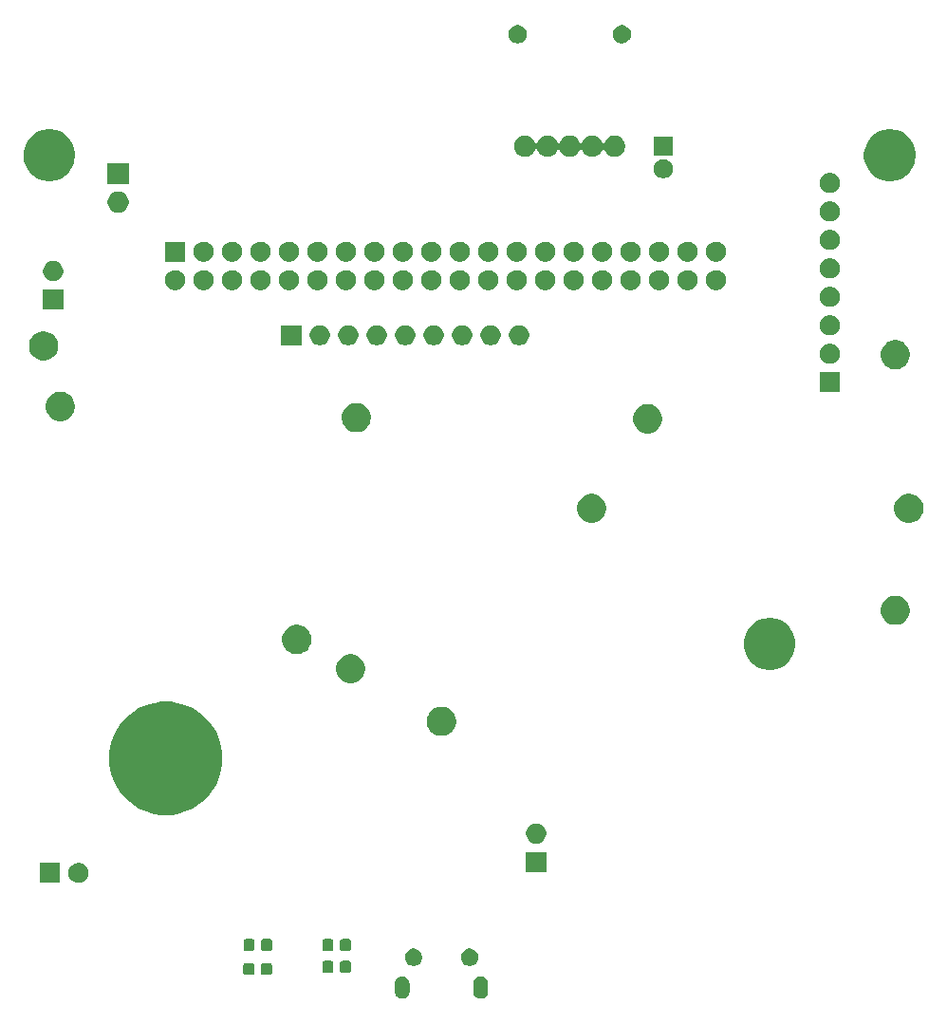
<source format=gbr>
G04 #@! TF.GenerationSoftware,KiCad,Pcbnew,5.1.5*
G04 #@! TF.CreationDate,2020-03-31T01:32:47+02:00*
G04 #@! TF.ProjectId,gameboy-dmg,67616d65-626f-4792-9d64-6d672e6b6963,rev?*
G04 #@! TF.SameCoordinates,Original*
G04 #@! TF.FileFunction,Soldermask,Bot*
G04 #@! TF.FilePolarity,Negative*
%FSLAX46Y46*%
G04 Gerber Fmt 4.6, Leading zero omitted, Abs format (unit mm)*
G04 Created by KiCad (PCBNEW 5.1.5) date 2020-03-31 01:32:47*
%MOMM*%
%LPD*%
G04 APERTURE LIST*
%ADD10C,0.150000*%
G04 APERTURE END LIST*
D10*
G36*
X114127618Y-150358420D02*
G01*
X114218404Y-150385960D01*
X114250336Y-150395646D01*
X114363425Y-150456094D01*
X114462554Y-150537446D01*
X114543906Y-150636575D01*
X114604354Y-150749664D01*
X114614040Y-150781596D01*
X114641580Y-150872382D01*
X114651000Y-150968027D01*
X114651000Y-151731973D01*
X114641580Y-151827618D01*
X114614040Y-151918404D01*
X114604354Y-151950336D01*
X114543906Y-152063425D01*
X114462554Y-152162553D01*
X114363424Y-152243906D01*
X114250335Y-152304354D01*
X114218403Y-152314040D01*
X114127617Y-152341580D01*
X114000000Y-152354149D01*
X113872382Y-152341580D01*
X113781596Y-152314040D01*
X113749664Y-152304354D01*
X113636575Y-152243906D01*
X113537447Y-152162554D01*
X113456094Y-152063424D01*
X113395646Y-151950335D01*
X113385960Y-151918403D01*
X113358420Y-151827617D01*
X113349000Y-151731972D01*
X113349000Y-150968027D01*
X113358420Y-150872382D01*
X113395645Y-150749668D01*
X113420608Y-150702966D01*
X113456095Y-150636575D01*
X113537447Y-150537446D01*
X113636576Y-150456094D01*
X113749665Y-150395646D01*
X113781597Y-150385960D01*
X113872383Y-150358420D01*
X114000000Y-150345851D01*
X114127618Y-150358420D01*
G37*
G36*
X121127617Y-150358420D02*
G01*
X121218403Y-150385960D01*
X121250335Y-150395646D01*
X121363424Y-150456094D01*
X121462554Y-150537447D01*
X121543906Y-150636575D01*
X121604354Y-150749664D01*
X121614040Y-150781596D01*
X121641580Y-150872382D01*
X121651000Y-150968027D01*
X121651000Y-151731973D01*
X121641580Y-151827618D01*
X121614040Y-151918404D01*
X121604354Y-151950336D01*
X121543906Y-152063425D01*
X121462554Y-152162554D01*
X121363425Y-152243906D01*
X121250336Y-152304354D01*
X121218404Y-152314040D01*
X121127618Y-152341580D01*
X121000000Y-152354149D01*
X120872383Y-152341580D01*
X120781597Y-152314040D01*
X120749665Y-152304354D01*
X120636576Y-152243906D01*
X120537447Y-152162554D01*
X120456095Y-152063425D01*
X120395648Y-151950337D01*
X120395645Y-151950332D01*
X120358420Y-151827618D01*
X120349000Y-151731973D01*
X120349000Y-150968028D01*
X120358420Y-150872383D01*
X120395645Y-150749669D01*
X120395646Y-150749665D01*
X120456094Y-150636576D01*
X120537447Y-150537446D01*
X120636575Y-150456094D01*
X120749664Y-150395646D01*
X120781596Y-150385960D01*
X120872382Y-150358420D01*
X121000000Y-150345851D01*
X121127617Y-150358420D01*
G37*
G36*
X100654591Y-149178085D02*
G01*
X100688569Y-149188393D01*
X100719890Y-149205134D01*
X100747339Y-149227661D01*
X100769866Y-149255110D01*
X100786607Y-149286431D01*
X100796915Y-149320409D01*
X100801000Y-149361890D01*
X100801000Y-150038110D01*
X100796915Y-150079591D01*
X100786607Y-150113569D01*
X100769866Y-150144890D01*
X100747339Y-150172339D01*
X100719890Y-150194866D01*
X100688569Y-150211607D01*
X100654591Y-150221915D01*
X100613110Y-150226000D01*
X100011890Y-150226000D01*
X99970409Y-150221915D01*
X99936431Y-150211607D01*
X99905110Y-150194866D01*
X99877661Y-150172339D01*
X99855134Y-150144890D01*
X99838393Y-150113569D01*
X99828085Y-150079591D01*
X99824000Y-150038110D01*
X99824000Y-149361890D01*
X99828085Y-149320409D01*
X99838393Y-149286431D01*
X99855134Y-149255110D01*
X99877661Y-149227661D01*
X99905110Y-149205134D01*
X99936431Y-149188393D01*
X99970409Y-149178085D01*
X100011890Y-149174000D01*
X100613110Y-149174000D01*
X100654591Y-149178085D01*
G37*
G36*
X102229591Y-149178085D02*
G01*
X102263569Y-149188393D01*
X102294890Y-149205134D01*
X102322339Y-149227661D01*
X102344866Y-149255110D01*
X102361607Y-149286431D01*
X102371915Y-149320409D01*
X102376000Y-149361890D01*
X102376000Y-150038110D01*
X102371915Y-150079591D01*
X102361607Y-150113569D01*
X102344866Y-150144890D01*
X102322339Y-150172339D01*
X102294890Y-150194866D01*
X102263569Y-150211607D01*
X102229591Y-150221915D01*
X102188110Y-150226000D01*
X101586890Y-150226000D01*
X101545409Y-150221915D01*
X101511431Y-150211607D01*
X101480110Y-150194866D01*
X101452661Y-150172339D01*
X101430134Y-150144890D01*
X101413393Y-150113569D01*
X101403085Y-150079591D01*
X101399000Y-150038110D01*
X101399000Y-149361890D01*
X101403085Y-149320409D01*
X101413393Y-149286431D01*
X101430134Y-149255110D01*
X101452661Y-149227661D01*
X101480110Y-149205134D01*
X101511431Y-149188393D01*
X101545409Y-149178085D01*
X101586890Y-149174000D01*
X102188110Y-149174000D01*
X102229591Y-149178085D01*
G37*
G36*
X109279591Y-148978085D02*
G01*
X109313569Y-148988393D01*
X109344890Y-149005134D01*
X109372339Y-149027661D01*
X109394866Y-149055110D01*
X109411607Y-149086431D01*
X109421915Y-149120409D01*
X109426000Y-149161890D01*
X109426000Y-149838110D01*
X109421915Y-149879591D01*
X109411607Y-149913569D01*
X109394866Y-149944890D01*
X109372339Y-149972339D01*
X109344890Y-149994866D01*
X109313569Y-150011607D01*
X109279591Y-150021915D01*
X109238110Y-150026000D01*
X108636890Y-150026000D01*
X108595409Y-150021915D01*
X108561431Y-150011607D01*
X108530110Y-149994866D01*
X108502661Y-149972339D01*
X108480134Y-149944890D01*
X108463393Y-149913569D01*
X108453085Y-149879591D01*
X108449000Y-149838110D01*
X108449000Y-149161890D01*
X108453085Y-149120409D01*
X108463393Y-149086431D01*
X108480134Y-149055110D01*
X108502661Y-149027661D01*
X108530110Y-149005134D01*
X108561431Y-148988393D01*
X108595409Y-148978085D01*
X108636890Y-148974000D01*
X109238110Y-148974000D01*
X109279591Y-148978085D01*
G37*
G36*
X107704591Y-148978085D02*
G01*
X107738569Y-148988393D01*
X107769890Y-149005134D01*
X107797339Y-149027661D01*
X107819866Y-149055110D01*
X107836607Y-149086431D01*
X107846915Y-149120409D01*
X107851000Y-149161890D01*
X107851000Y-149838110D01*
X107846915Y-149879591D01*
X107836607Y-149913569D01*
X107819866Y-149944890D01*
X107797339Y-149972339D01*
X107769890Y-149994866D01*
X107738569Y-150011607D01*
X107704591Y-150021915D01*
X107663110Y-150026000D01*
X107061890Y-150026000D01*
X107020409Y-150021915D01*
X106986431Y-150011607D01*
X106955110Y-149994866D01*
X106927661Y-149972339D01*
X106905134Y-149944890D01*
X106888393Y-149913569D01*
X106878085Y-149879591D01*
X106874000Y-149838110D01*
X106874000Y-149161890D01*
X106878085Y-149120409D01*
X106888393Y-149086431D01*
X106905134Y-149055110D01*
X106927661Y-149027661D01*
X106955110Y-149005134D01*
X106986431Y-148988393D01*
X107020409Y-148978085D01*
X107061890Y-148974000D01*
X107663110Y-148974000D01*
X107704591Y-148978085D01*
G37*
G36*
X115226348Y-147903820D02*
G01*
X115226350Y-147903821D01*
X115226351Y-147903821D01*
X115367574Y-147962317D01*
X115367577Y-147962319D01*
X115494669Y-148047239D01*
X115602761Y-148155331D01*
X115687681Y-148282423D01*
X115687683Y-148282426D01*
X115746179Y-148423649D01*
X115776000Y-148573571D01*
X115776000Y-148726429D01*
X115746179Y-148876351D01*
X115687683Y-149017574D01*
X115687681Y-149017577D01*
X115602761Y-149144669D01*
X115494669Y-149252761D01*
X115444278Y-149286431D01*
X115367574Y-149337683D01*
X115226351Y-149396179D01*
X115226350Y-149396179D01*
X115226348Y-149396180D01*
X115076431Y-149426000D01*
X114923569Y-149426000D01*
X114773652Y-149396180D01*
X114773650Y-149396179D01*
X114773649Y-149396179D01*
X114632426Y-149337683D01*
X114555722Y-149286431D01*
X114505331Y-149252761D01*
X114397239Y-149144669D01*
X114312319Y-149017577D01*
X114312317Y-149017574D01*
X114253821Y-148876351D01*
X114224000Y-148726429D01*
X114224000Y-148573571D01*
X114253821Y-148423649D01*
X114312317Y-148282426D01*
X114312319Y-148282423D01*
X114397239Y-148155331D01*
X114505331Y-148047239D01*
X114632423Y-147962319D01*
X114632426Y-147962317D01*
X114773649Y-147903821D01*
X114773650Y-147903821D01*
X114773652Y-147903820D01*
X114923569Y-147874000D01*
X115076431Y-147874000D01*
X115226348Y-147903820D01*
G37*
G36*
X120226348Y-147903820D02*
G01*
X120226350Y-147903821D01*
X120226351Y-147903821D01*
X120367574Y-147962317D01*
X120367577Y-147962319D01*
X120494669Y-148047239D01*
X120602761Y-148155331D01*
X120687681Y-148282423D01*
X120687683Y-148282426D01*
X120746179Y-148423649D01*
X120776000Y-148573571D01*
X120776000Y-148726429D01*
X120746179Y-148876351D01*
X120687683Y-149017574D01*
X120687681Y-149017577D01*
X120602761Y-149144669D01*
X120494669Y-149252761D01*
X120444278Y-149286431D01*
X120367574Y-149337683D01*
X120226351Y-149396179D01*
X120226350Y-149396179D01*
X120226348Y-149396180D01*
X120076431Y-149426000D01*
X119923569Y-149426000D01*
X119773652Y-149396180D01*
X119773650Y-149396179D01*
X119773649Y-149396179D01*
X119632426Y-149337683D01*
X119555722Y-149286431D01*
X119505331Y-149252761D01*
X119397239Y-149144669D01*
X119312319Y-149017577D01*
X119312317Y-149017574D01*
X119253821Y-148876351D01*
X119224000Y-148726429D01*
X119224000Y-148573571D01*
X119253821Y-148423649D01*
X119312317Y-148282426D01*
X119312319Y-148282423D01*
X119397239Y-148155331D01*
X119505331Y-148047239D01*
X119632423Y-147962319D01*
X119632426Y-147962317D01*
X119773649Y-147903821D01*
X119773650Y-147903821D01*
X119773652Y-147903820D01*
X119923569Y-147874000D01*
X120076431Y-147874000D01*
X120226348Y-147903820D01*
G37*
G36*
X100667091Y-147028085D02*
G01*
X100701069Y-147038393D01*
X100732390Y-147055134D01*
X100759839Y-147077661D01*
X100782366Y-147105110D01*
X100799107Y-147136431D01*
X100809415Y-147170409D01*
X100813500Y-147211890D01*
X100813500Y-147888110D01*
X100809415Y-147929591D01*
X100799107Y-147963569D01*
X100782366Y-147994890D01*
X100759839Y-148022339D01*
X100732390Y-148044866D01*
X100701069Y-148061607D01*
X100667091Y-148071915D01*
X100625610Y-148076000D01*
X100024390Y-148076000D01*
X99982909Y-148071915D01*
X99948931Y-148061607D01*
X99917610Y-148044866D01*
X99890161Y-148022339D01*
X99867634Y-147994890D01*
X99850893Y-147963569D01*
X99840585Y-147929591D01*
X99836500Y-147888110D01*
X99836500Y-147211890D01*
X99840585Y-147170409D01*
X99850893Y-147136431D01*
X99867634Y-147105110D01*
X99890161Y-147077661D01*
X99917610Y-147055134D01*
X99948931Y-147038393D01*
X99982909Y-147028085D01*
X100024390Y-147024000D01*
X100625610Y-147024000D01*
X100667091Y-147028085D01*
G37*
G36*
X109279591Y-147028085D02*
G01*
X109313569Y-147038393D01*
X109344890Y-147055134D01*
X109372339Y-147077661D01*
X109394866Y-147105110D01*
X109411607Y-147136431D01*
X109421915Y-147170409D01*
X109426000Y-147211890D01*
X109426000Y-147888110D01*
X109421915Y-147929591D01*
X109411607Y-147963569D01*
X109394866Y-147994890D01*
X109372339Y-148022339D01*
X109344890Y-148044866D01*
X109313569Y-148061607D01*
X109279591Y-148071915D01*
X109238110Y-148076000D01*
X108636890Y-148076000D01*
X108595409Y-148071915D01*
X108561431Y-148061607D01*
X108530110Y-148044866D01*
X108502661Y-148022339D01*
X108480134Y-147994890D01*
X108463393Y-147963569D01*
X108453085Y-147929591D01*
X108449000Y-147888110D01*
X108449000Y-147211890D01*
X108453085Y-147170409D01*
X108463393Y-147136431D01*
X108480134Y-147105110D01*
X108502661Y-147077661D01*
X108530110Y-147055134D01*
X108561431Y-147038393D01*
X108595409Y-147028085D01*
X108636890Y-147024000D01*
X109238110Y-147024000D01*
X109279591Y-147028085D01*
G37*
G36*
X107704591Y-147028085D02*
G01*
X107738569Y-147038393D01*
X107769890Y-147055134D01*
X107797339Y-147077661D01*
X107819866Y-147105110D01*
X107836607Y-147136431D01*
X107846915Y-147170409D01*
X107851000Y-147211890D01*
X107851000Y-147888110D01*
X107846915Y-147929591D01*
X107836607Y-147963569D01*
X107819866Y-147994890D01*
X107797339Y-148022339D01*
X107769890Y-148044866D01*
X107738569Y-148061607D01*
X107704591Y-148071915D01*
X107663110Y-148076000D01*
X107061890Y-148076000D01*
X107020409Y-148071915D01*
X106986431Y-148061607D01*
X106955110Y-148044866D01*
X106927661Y-148022339D01*
X106905134Y-147994890D01*
X106888393Y-147963569D01*
X106878085Y-147929591D01*
X106874000Y-147888110D01*
X106874000Y-147211890D01*
X106878085Y-147170409D01*
X106888393Y-147136431D01*
X106905134Y-147105110D01*
X106927661Y-147077661D01*
X106955110Y-147055134D01*
X106986431Y-147038393D01*
X107020409Y-147028085D01*
X107061890Y-147024000D01*
X107663110Y-147024000D01*
X107704591Y-147028085D01*
G37*
G36*
X102242091Y-147028085D02*
G01*
X102276069Y-147038393D01*
X102307390Y-147055134D01*
X102334839Y-147077661D01*
X102357366Y-147105110D01*
X102374107Y-147136431D01*
X102384415Y-147170409D01*
X102388500Y-147211890D01*
X102388500Y-147888110D01*
X102384415Y-147929591D01*
X102374107Y-147963569D01*
X102357366Y-147994890D01*
X102334839Y-148022339D01*
X102307390Y-148044866D01*
X102276069Y-148061607D01*
X102242091Y-148071915D01*
X102200610Y-148076000D01*
X101599390Y-148076000D01*
X101557909Y-148071915D01*
X101523931Y-148061607D01*
X101492610Y-148044866D01*
X101465161Y-148022339D01*
X101442634Y-147994890D01*
X101425893Y-147963569D01*
X101415585Y-147929591D01*
X101411500Y-147888110D01*
X101411500Y-147211890D01*
X101415585Y-147170409D01*
X101425893Y-147136431D01*
X101442634Y-147105110D01*
X101465161Y-147077661D01*
X101492610Y-147055134D01*
X101523931Y-147038393D01*
X101557909Y-147028085D01*
X101599390Y-147024000D01*
X102200610Y-147024000D01*
X102242091Y-147028085D01*
G37*
G36*
X83476000Y-142026000D02*
G01*
X81674000Y-142026000D01*
X81674000Y-140224000D01*
X83476000Y-140224000D01*
X83476000Y-142026000D01*
G37*
G36*
X85228512Y-140228927D02*
G01*
X85377812Y-140258624D01*
X85541784Y-140326544D01*
X85689354Y-140425147D01*
X85814853Y-140550646D01*
X85913456Y-140698216D01*
X85981376Y-140862188D01*
X86016000Y-141036259D01*
X86016000Y-141213741D01*
X85981376Y-141387812D01*
X85913456Y-141551784D01*
X85814853Y-141699354D01*
X85689354Y-141824853D01*
X85541784Y-141923456D01*
X85377812Y-141991376D01*
X85228512Y-142021073D01*
X85203742Y-142026000D01*
X85026258Y-142026000D01*
X85001488Y-142021073D01*
X84852188Y-141991376D01*
X84688216Y-141923456D01*
X84540646Y-141824853D01*
X84415147Y-141699354D01*
X84316544Y-141551784D01*
X84248624Y-141387812D01*
X84214000Y-141213741D01*
X84214000Y-141036259D01*
X84248624Y-140862188D01*
X84316544Y-140698216D01*
X84415147Y-140550646D01*
X84540646Y-140425147D01*
X84688216Y-140326544D01*
X84852188Y-140258624D01*
X85001488Y-140228927D01*
X85026258Y-140224000D01*
X85203742Y-140224000D01*
X85228512Y-140228927D01*
G37*
G36*
X126851000Y-141051000D02*
G01*
X125049000Y-141051000D01*
X125049000Y-139249000D01*
X126851000Y-139249000D01*
X126851000Y-141051000D01*
G37*
G36*
X126063512Y-136713927D02*
G01*
X126212812Y-136743624D01*
X126376784Y-136811544D01*
X126524354Y-136910147D01*
X126649853Y-137035646D01*
X126748456Y-137183216D01*
X126816376Y-137347188D01*
X126851000Y-137521259D01*
X126851000Y-137698741D01*
X126816376Y-137872812D01*
X126748456Y-138036784D01*
X126649853Y-138184354D01*
X126524354Y-138309853D01*
X126376784Y-138408456D01*
X126212812Y-138476376D01*
X126063512Y-138506073D01*
X126038742Y-138511000D01*
X125861258Y-138511000D01*
X125836488Y-138506073D01*
X125687188Y-138476376D01*
X125523216Y-138408456D01*
X125375646Y-138309853D01*
X125250147Y-138184354D01*
X125151544Y-138036784D01*
X125083624Y-137872812D01*
X125049000Y-137698741D01*
X125049000Y-137521259D01*
X125083624Y-137347188D01*
X125151544Y-137183216D01*
X125250147Y-137035646D01*
X125375646Y-136910147D01*
X125523216Y-136811544D01*
X125687188Y-136743624D01*
X125836488Y-136713927D01*
X125861258Y-136709000D01*
X126038742Y-136709000D01*
X126063512Y-136713927D01*
G37*
G36*
X93885401Y-125946054D02*
G01*
X94373322Y-126043107D01*
X95292546Y-126423862D01*
X96119825Y-126976632D01*
X96823368Y-127680175D01*
X97376138Y-128507454D01*
X97756893Y-129426678D01*
X97951000Y-130402520D01*
X97951000Y-131397480D01*
X97756893Y-132373322D01*
X97376138Y-133292546D01*
X96823368Y-134119825D01*
X96119825Y-134823368D01*
X95292546Y-135376138D01*
X94373322Y-135756893D01*
X93885401Y-135853946D01*
X93397481Y-135951000D01*
X92402519Y-135951000D01*
X91914599Y-135853946D01*
X91426678Y-135756893D01*
X90507454Y-135376138D01*
X89680175Y-134823368D01*
X88976632Y-134119825D01*
X88423862Y-133292546D01*
X88043107Y-132373322D01*
X87849000Y-131397480D01*
X87849000Y-130402520D01*
X88043107Y-129426678D01*
X88423862Y-128507454D01*
X88976632Y-127680175D01*
X89680175Y-126976632D01*
X90507454Y-126423862D01*
X91426678Y-126043107D01*
X91914599Y-125946054D01*
X92402519Y-125849000D01*
X93397481Y-125849000D01*
X93885401Y-125946054D01*
G37*
G36*
X117879487Y-126348996D02*
G01*
X118116253Y-126447068D01*
X118116255Y-126447069D01*
X118329339Y-126589447D01*
X118510553Y-126770661D01*
X118652932Y-126983747D01*
X118751004Y-127220513D01*
X118801000Y-127471861D01*
X118801000Y-127728139D01*
X118751004Y-127979487D01*
X118652932Y-128216253D01*
X118652931Y-128216255D01*
X118510553Y-128429339D01*
X118329339Y-128610553D01*
X118116255Y-128752931D01*
X118116254Y-128752932D01*
X118116253Y-128752932D01*
X117879487Y-128851004D01*
X117628139Y-128901000D01*
X117371861Y-128901000D01*
X117120513Y-128851004D01*
X116883747Y-128752932D01*
X116883746Y-128752932D01*
X116883745Y-128752931D01*
X116670661Y-128610553D01*
X116489447Y-128429339D01*
X116347069Y-128216255D01*
X116347068Y-128216253D01*
X116248996Y-127979487D01*
X116199000Y-127728139D01*
X116199000Y-127471861D01*
X116248996Y-127220513D01*
X116347068Y-126983747D01*
X116489447Y-126770661D01*
X116670661Y-126589447D01*
X116883745Y-126447069D01*
X116883747Y-126447068D01*
X117120513Y-126348996D01*
X117371861Y-126299000D01*
X117628139Y-126299000D01*
X117879487Y-126348996D01*
G37*
G36*
X109779487Y-121648996D02*
G01*
X110016253Y-121747068D01*
X110016255Y-121747069D01*
X110229339Y-121889447D01*
X110410553Y-122070661D01*
X110474792Y-122166801D01*
X110552932Y-122283747D01*
X110651004Y-122520513D01*
X110701000Y-122771861D01*
X110701000Y-123028139D01*
X110651004Y-123279487D01*
X110552932Y-123516253D01*
X110552931Y-123516255D01*
X110410553Y-123729339D01*
X110229339Y-123910553D01*
X110016255Y-124052931D01*
X110016254Y-124052932D01*
X110016253Y-124052932D01*
X109779487Y-124151004D01*
X109528139Y-124201000D01*
X109271861Y-124201000D01*
X109020513Y-124151004D01*
X108783747Y-124052932D01*
X108783746Y-124052932D01*
X108783745Y-124052931D01*
X108570661Y-123910553D01*
X108389447Y-123729339D01*
X108247069Y-123516255D01*
X108247068Y-123516253D01*
X108148996Y-123279487D01*
X108099000Y-123028139D01*
X108099000Y-122771861D01*
X108148996Y-122520513D01*
X108247068Y-122283747D01*
X108325209Y-122166801D01*
X108389447Y-122070661D01*
X108570661Y-121889447D01*
X108783745Y-121747069D01*
X108783747Y-121747068D01*
X109020513Y-121648996D01*
X109271861Y-121599000D01*
X109528139Y-121599000D01*
X109779487Y-121648996D01*
G37*
G36*
X147248903Y-118443213D02*
G01*
X147471177Y-118487426D01*
X147889932Y-118660880D01*
X148266802Y-118912696D01*
X148587304Y-119233198D01*
X148839120Y-119610068D01*
X149012574Y-120028823D01*
X149012574Y-120028824D01*
X149092003Y-120428137D01*
X149101000Y-120473371D01*
X149101000Y-120926629D01*
X149012574Y-121371177D01*
X148839120Y-121789932D01*
X148587304Y-122166802D01*
X148266802Y-122487304D01*
X147889932Y-122739120D01*
X147471177Y-122912574D01*
X147248903Y-122956787D01*
X147026630Y-123001000D01*
X146573370Y-123001000D01*
X146351097Y-122956787D01*
X146128823Y-122912574D01*
X145710068Y-122739120D01*
X145333198Y-122487304D01*
X145012696Y-122166802D01*
X144760880Y-121789932D01*
X144587426Y-121371177D01*
X144499000Y-120926629D01*
X144499000Y-120473371D01*
X144507998Y-120428137D01*
X144587426Y-120028824D01*
X144587426Y-120028823D01*
X144760880Y-119610068D01*
X145012696Y-119233198D01*
X145333198Y-118912696D01*
X145710068Y-118660880D01*
X146128823Y-118487426D01*
X146351097Y-118443213D01*
X146573370Y-118399000D01*
X147026630Y-118399000D01*
X147248903Y-118443213D01*
G37*
G36*
X104979487Y-119048996D02*
G01*
X105216253Y-119147068D01*
X105216255Y-119147069D01*
X105429339Y-119289447D01*
X105610553Y-119470661D01*
X105703702Y-119610068D01*
X105752932Y-119683747D01*
X105851004Y-119920513D01*
X105901000Y-120171861D01*
X105901000Y-120428139D01*
X105851004Y-120679487D01*
X105752932Y-120916253D01*
X105752931Y-120916255D01*
X105610553Y-121129339D01*
X105429339Y-121310553D01*
X105216255Y-121452931D01*
X105216254Y-121452932D01*
X105216253Y-121452932D01*
X104979487Y-121551004D01*
X104728139Y-121601000D01*
X104471861Y-121601000D01*
X104220513Y-121551004D01*
X103983747Y-121452932D01*
X103983746Y-121452932D01*
X103983745Y-121452931D01*
X103770661Y-121310553D01*
X103589447Y-121129339D01*
X103447069Y-120916255D01*
X103447068Y-120916253D01*
X103348996Y-120679487D01*
X103299000Y-120428139D01*
X103299000Y-120171861D01*
X103348996Y-119920513D01*
X103447068Y-119683747D01*
X103496299Y-119610068D01*
X103589447Y-119470661D01*
X103770661Y-119289447D01*
X103983745Y-119147069D01*
X103983747Y-119147068D01*
X104220513Y-119048996D01*
X104471861Y-118999000D01*
X104728139Y-118999000D01*
X104979487Y-119048996D01*
G37*
G36*
X158379487Y-116448996D02*
G01*
X158616253Y-116547068D01*
X158616255Y-116547069D01*
X158829339Y-116689447D01*
X159010553Y-116870661D01*
X159152932Y-117083747D01*
X159251004Y-117320513D01*
X159301000Y-117571861D01*
X159301000Y-117828139D01*
X159251004Y-118079487D01*
X159152932Y-118316253D01*
X159152931Y-118316255D01*
X159010553Y-118529339D01*
X158829339Y-118710553D01*
X158616255Y-118852931D01*
X158616254Y-118852932D01*
X158616253Y-118852932D01*
X158379487Y-118951004D01*
X158128139Y-119001000D01*
X157871861Y-119001000D01*
X157620513Y-118951004D01*
X157383747Y-118852932D01*
X157383746Y-118852932D01*
X157383745Y-118852931D01*
X157170661Y-118710553D01*
X156989447Y-118529339D01*
X156847069Y-118316255D01*
X156847068Y-118316253D01*
X156748996Y-118079487D01*
X156699000Y-117828139D01*
X156699000Y-117571861D01*
X156748996Y-117320513D01*
X156847068Y-117083747D01*
X156989447Y-116870661D01*
X157170661Y-116689447D01*
X157383745Y-116547069D01*
X157383747Y-116547068D01*
X157620513Y-116448996D01*
X157871861Y-116399000D01*
X158128139Y-116399000D01*
X158379487Y-116448996D01*
G37*
G36*
X131279487Y-107348996D02*
G01*
X131516253Y-107447068D01*
X131516255Y-107447069D01*
X131729339Y-107589447D01*
X131910553Y-107770661D01*
X132052932Y-107983747D01*
X132151004Y-108220513D01*
X132201000Y-108471861D01*
X132201000Y-108728139D01*
X132151004Y-108979487D01*
X132052932Y-109216253D01*
X132052931Y-109216255D01*
X131910553Y-109429339D01*
X131729339Y-109610553D01*
X131516255Y-109752931D01*
X131516254Y-109752932D01*
X131516253Y-109752932D01*
X131279487Y-109851004D01*
X131028139Y-109901000D01*
X130771861Y-109901000D01*
X130520513Y-109851004D01*
X130283747Y-109752932D01*
X130283746Y-109752932D01*
X130283745Y-109752931D01*
X130070661Y-109610553D01*
X129889447Y-109429339D01*
X129747069Y-109216255D01*
X129747068Y-109216253D01*
X129648996Y-108979487D01*
X129599000Y-108728139D01*
X129599000Y-108471861D01*
X129648996Y-108220513D01*
X129747068Y-107983747D01*
X129889447Y-107770661D01*
X130070661Y-107589447D01*
X130283745Y-107447069D01*
X130283747Y-107447068D01*
X130520513Y-107348996D01*
X130771861Y-107299000D01*
X131028139Y-107299000D01*
X131279487Y-107348996D01*
G37*
G36*
X159579487Y-107348996D02*
G01*
X159816253Y-107447068D01*
X159816255Y-107447069D01*
X160029339Y-107589447D01*
X160210553Y-107770661D01*
X160352932Y-107983747D01*
X160451004Y-108220513D01*
X160501000Y-108471861D01*
X160501000Y-108728139D01*
X160451004Y-108979487D01*
X160352932Y-109216253D01*
X160352931Y-109216255D01*
X160210553Y-109429339D01*
X160029339Y-109610553D01*
X159816255Y-109752931D01*
X159816254Y-109752932D01*
X159816253Y-109752932D01*
X159579487Y-109851004D01*
X159328139Y-109901000D01*
X159071861Y-109901000D01*
X158820513Y-109851004D01*
X158583747Y-109752932D01*
X158583746Y-109752932D01*
X158583745Y-109752931D01*
X158370661Y-109610553D01*
X158189447Y-109429339D01*
X158047069Y-109216255D01*
X158047068Y-109216253D01*
X157948996Y-108979487D01*
X157899000Y-108728139D01*
X157899000Y-108471861D01*
X157948996Y-108220513D01*
X158047068Y-107983747D01*
X158189447Y-107770661D01*
X158370661Y-107589447D01*
X158583745Y-107447069D01*
X158583747Y-107447068D01*
X158820513Y-107348996D01*
X159071861Y-107299000D01*
X159328139Y-107299000D01*
X159579487Y-107348996D01*
G37*
G36*
X136279487Y-99348996D02*
G01*
X136516253Y-99447068D01*
X136516255Y-99447069D01*
X136729339Y-99589447D01*
X136910553Y-99770661D01*
X136986115Y-99883747D01*
X137052932Y-99983747D01*
X137151004Y-100220513D01*
X137201000Y-100471861D01*
X137201000Y-100728139D01*
X137151004Y-100979487D01*
X137052932Y-101216253D01*
X137052931Y-101216255D01*
X136910553Y-101429339D01*
X136729339Y-101610553D01*
X136516255Y-101752931D01*
X136516254Y-101752932D01*
X136516253Y-101752932D01*
X136279487Y-101851004D01*
X136028139Y-101901000D01*
X135771861Y-101901000D01*
X135520513Y-101851004D01*
X135283747Y-101752932D01*
X135283746Y-101752932D01*
X135283745Y-101752931D01*
X135070661Y-101610553D01*
X134889447Y-101429339D01*
X134747069Y-101216255D01*
X134747068Y-101216253D01*
X134648996Y-100979487D01*
X134599000Y-100728139D01*
X134599000Y-100471861D01*
X134648996Y-100220513D01*
X134747068Y-99983747D01*
X134813886Y-99883747D01*
X134889447Y-99770661D01*
X135070661Y-99589447D01*
X135283745Y-99447069D01*
X135283747Y-99447068D01*
X135520513Y-99348996D01*
X135771861Y-99299000D01*
X136028139Y-99299000D01*
X136279487Y-99348996D01*
G37*
G36*
X110279487Y-99248996D02*
G01*
X110516253Y-99347068D01*
X110516255Y-99347069D01*
X110729339Y-99489447D01*
X110910553Y-99670661D01*
X111050087Y-99879488D01*
X111052932Y-99883747D01*
X111151004Y-100120513D01*
X111201000Y-100371861D01*
X111201000Y-100628139D01*
X111151004Y-100879487D01*
X111109582Y-100979488D01*
X111052931Y-101116255D01*
X110910553Y-101329339D01*
X110729339Y-101510553D01*
X110516255Y-101652931D01*
X110516254Y-101652932D01*
X110516253Y-101652932D01*
X110279487Y-101751004D01*
X110028139Y-101801000D01*
X109771861Y-101801000D01*
X109520513Y-101751004D01*
X109283747Y-101652932D01*
X109283746Y-101652932D01*
X109283745Y-101652931D01*
X109070661Y-101510553D01*
X108889447Y-101329339D01*
X108747069Y-101116255D01*
X108690418Y-100979488D01*
X108648996Y-100879487D01*
X108599000Y-100628139D01*
X108599000Y-100371861D01*
X108648996Y-100120513D01*
X108747068Y-99883747D01*
X108749914Y-99879488D01*
X108889447Y-99670661D01*
X109070661Y-99489447D01*
X109283745Y-99347069D01*
X109283747Y-99347068D01*
X109520513Y-99248996D01*
X109771861Y-99199000D01*
X110028139Y-99199000D01*
X110279487Y-99248996D01*
G37*
G36*
X83879487Y-98248996D02*
G01*
X84116253Y-98347068D01*
X84116255Y-98347069D01*
X84329339Y-98489447D01*
X84510553Y-98670661D01*
X84652932Y-98883747D01*
X84751004Y-99120513D01*
X84801000Y-99371861D01*
X84801000Y-99628139D01*
X84751004Y-99879487D01*
X84707818Y-99983747D01*
X84652931Y-100116255D01*
X84510553Y-100329339D01*
X84329339Y-100510553D01*
X84116255Y-100652931D01*
X84116254Y-100652932D01*
X84116253Y-100652932D01*
X83879487Y-100751004D01*
X83628139Y-100801000D01*
X83371861Y-100801000D01*
X83120513Y-100751004D01*
X82883747Y-100652932D01*
X82883746Y-100652932D01*
X82883745Y-100652931D01*
X82670661Y-100510553D01*
X82489447Y-100329339D01*
X82347069Y-100116255D01*
X82292182Y-99983747D01*
X82248996Y-99879487D01*
X82199000Y-99628139D01*
X82199000Y-99371861D01*
X82248996Y-99120513D01*
X82347068Y-98883747D01*
X82489447Y-98670661D01*
X82670661Y-98489447D01*
X82883745Y-98347069D01*
X82883747Y-98347068D01*
X83120513Y-98248996D01*
X83371861Y-98199000D01*
X83628139Y-98199000D01*
X83879487Y-98248996D01*
G37*
G36*
X153051000Y-98251000D02*
G01*
X151249000Y-98251000D01*
X151249000Y-96449000D01*
X153051000Y-96449000D01*
X153051000Y-98251000D01*
G37*
G36*
X158379487Y-93648996D02*
G01*
X158616253Y-93747068D01*
X158616255Y-93747069D01*
X158770081Y-93849852D01*
X158829339Y-93889447D01*
X159010553Y-94070661D01*
X159152932Y-94283747D01*
X159251004Y-94520513D01*
X159301000Y-94771861D01*
X159301000Y-95028139D01*
X159251004Y-95279487D01*
X159155583Y-95509852D01*
X159152931Y-95516255D01*
X159010553Y-95729339D01*
X158829339Y-95910553D01*
X158616255Y-96052931D01*
X158616254Y-96052932D01*
X158616253Y-96052932D01*
X158379487Y-96151004D01*
X158128139Y-96201000D01*
X157871861Y-96201000D01*
X157620513Y-96151004D01*
X157383747Y-96052932D01*
X157383746Y-96052932D01*
X157383745Y-96052931D01*
X157170661Y-95910553D01*
X156989447Y-95729339D01*
X156847069Y-95516255D01*
X156844417Y-95509852D01*
X156748996Y-95279487D01*
X156699000Y-95028139D01*
X156699000Y-94771861D01*
X156748996Y-94520513D01*
X156847068Y-94283747D01*
X156989447Y-94070661D01*
X157170661Y-93889447D01*
X157229919Y-93849852D01*
X157383745Y-93747069D01*
X157383747Y-93747068D01*
X157620513Y-93648996D01*
X157871861Y-93599000D01*
X158128139Y-93599000D01*
X158379487Y-93648996D01*
G37*
G36*
X152263512Y-93913927D02*
G01*
X152412812Y-93943624D01*
X152576784Y-94011544D01*
X152724354Y-94110147D01*
X152849853Y-94235646D01*
X152948456Y-94383216D01*
X153016376Y-94547188D01*
X153051000Y-94721259D01*
X153051000Y-94898741D01*
X153016376Y-95072812D01*
X152948456Y-95236784D01*
X152849853Y-95384354D01*
X152724354Y-95509853D01*
X152576784Y-95608456D01*
X152412812Y-95676376D01*
X152263512Y-95706073D01*
X152238742Y-95711000D01*
X152061258Y-95711000D01*
X152036488Y-95706073D01*
X151887188Y-95676376D01*
X151723216Y-95608456D01*
X151575646Y-95509853D01*
X151450147Y-95384354D01*
X151351544Y-95236784D01*
X151283624Y-95072812D01*
X151249000Y-94898741D01*
X151249000Y-94721259D01*
X151283624Y-94547188D01*
X151351544Y-94383216D01*
X151450147Y-94235646D01*
X151575646Y-94110147D01*
X151723216Y-94011544D01*
X151887188Y-93943624D01*
X152036488Y-93913927D01*
X152061258Y-93909000D01*
X152238742Y-93909000D01*
X152263512Y-93913927D01*
G37*
G36*
X82379487Y-92848996D02*
G01*
X82616253Y-92947068D01*
X82616255Y-92947069D01*
X82787151Y-93061258D01*
X82829339Y-93089447D01*
X83010553Y-93270661D01*
X83152932Y-93483747D01*
X83251004Y-93720513D01*
X83301000Y-93971861D01*
X83301000Y-94228139D01*
X83251004Y-94479487D01*
X83152932Y-94716253D01*
X83152931Y-94716255D01*
X83010553Y-94929339D01*
X82829339Y-95110553D01*
X82616255Y-95252931D01*
X82616254Y-95252932D01*
X82616253Y-95252932D01*
X82379487Y-95351004D01*
X82128139Y-95401000D01*
X81871861Y-95401000D01*
X81620513Y-95351004D01*
X81383747Y-95252932D01*
X81383746Y-95252932D01*
X81383745Y-95252931D01*
X81170661Y-95110553D01*
X80989447Y-94929339D01*
X80847069Y-94716255D01*
X80847068Y-94716253D01*
X80748996Y-94479487D01*
X80699000Y-94228139D01*
X80699000Y-93971861D01*
X80748996Y-93720513D01*
X80847068Y-93483747D01*
X80989447Y-93270661D01*
X81170661Y-93089447D01*
X81212849Y-93061258D01*
X81383745Y-92947069D01*
X81383747Y-92947068D01*
X81620513Y-92848996D01*
X81871861Y-92799000D01*
X82128139Y-92799000D01*
X82379487Y-92848996D01*
G37*
G36*
X106753512Y-92253927D02*
G01*
X106902812Y-92283624D01*
X107066784Y-92351544D01*
X107214354Y-92450147D01*
X107339853Y-92575646D01*
X107438456Y-92723216D01*
X107506376Y-92887188D01*
X107541000Y-93061259D01*
X107541000Y-93238741D01*
X107506376Y-93412812D01*
X107438456Y-93576784D01*
X107339853Y-93724354D01*
X107214354Y-93849853D01*
X107066784Y-93948456D01*
X106902812Y-94016376D01*
X106753512Y-94046073D01*
X106728742Y-94051000D01*
X106551258Y-94051000D01*
X106526488Y-94046073D01*
X106377188Y-94016376D01*
X106213216Y-93948456D01*
X106065646Y-93849853D01*
X105940147Y-93724354D01*
X105841544Y-93576784D01*
X105773624Y-93412812D01*
X105739000Y-93238741D01*
X105739000Y-93061259D01*
X105773624Y-92887188D01*
X105841544Y-92723216D01*
X105940147Y-92575646D01*
X106065646Y-92450147D01*
X106213216Y-92351544D01*
X106377188Y-92283624D01*
X106526488Y-92253927D01*
X106551258Y-92249000D01*
X106728742Y-92249000D01*
X106753512Y-92253927D01*
G37*
G36*
X116913512Y-92253927D02*
G01*
X117062812Y-92283624D01*
X117226784Y-92351544D01*
X117374354Y-92450147D01*
X117499853Y-92575646D01*
X117598456Y-92723216D01*
X117666376Y-92887188D01*
X117701000Y-93061259D01*
X117701000Y-93238741D01*
X117666376Y-93412812D01*
X117598456Y-93576784D01*
X117499853Y-93724354D01*
X117374354Y-93849853D01*
X117226784Y-93948456D01*
X117062812Y-94016376D01*
X116913512Y-94046073D01*
X116888742Y-94051000D01*
X116711258Y-94051000D01*
X116686488Y-94046073D01*
X116537188Y-94016376D01*
X116373216Y-93948456D01*
X116225646Y-93849853D01*
X116100147Y-93724354D01*
X116001544Y-93576784D01*
X115933624Y-93412812D01*
X115899000Y-93238741D01*
X115899000Y-93061259D01*
X115933624Y-92887188D01*
X116001544Y-92723216D01*
X116100147Y-92575646D01*
X116225646Y-92450147D01*
X116373216Y-92351544D01*
X116537188Y-92283624D01*
X116686488Y-92253927D01*
X116711258Y-92249000D01*
X116888742Y-92249000D01*
X116913512Y-92253927D01*
G37*
G36*
X124533512Y-92253927D02*
G01*
X124682812Y-92283624D01*
X124846784Y-92351544D01*
X124994354Y-92450147D01*
X125119853Y-92575646D01*
X125218456Y-92723216D01*
X125286376Y-92887188D01*
X125321000Y-93061259D01*
X125321000Y-93238741D01*
X125286376Y-93412812D01*
X125218456Y-93576784D01*
X125119853Y-93724354D01*
X124994354Y-93849853D01*
X124846784Y-93948456D01*
X124682812Y-94016376D01*
X124533512Y-94046073D01*
X124508742Y-94051000D01*
X124331258Y-94051000D01*
X124306488Y-94046073D01*
X124157188Y-94016376D01*
X123993216Y-93948456D01*
X123845646Y-93849853D01*
X123720147Y-93724354D01*
X123621544Y-93576784D01*
X123553624Y-93412812D01*
X123519000Y-93238741D01*
X123519000Y-93061259D01*
X123553624Y-92887188D01*
X123621544Y-92723216D01*
X123720147Y-92575646D01*
X123845646Y-92450147D01*
X123993216Y-92351544D01*
X124157188Y-92283624D01*
X124306488Y-92253927D01*
X124331258Y-92249000D01*
X124508742Y-92249000D01*
X124533512Y-92253927D01*
G37*
G36*
X121993512Y-92253927D02*
G01*
X122142812Y-92283624D01*
X122306784Y-92351544D01*
X122454354Y-92450147D01*
X122579853Y-92575646D01*
X122678456Y-92723216D01*
X122746376Y-92887188D01*
X122781000Y-93061259D01*
X122781000Y-93238741D01*
X122746376Y-93412812D01*
X122678456Y-93576784D01*
X122579853Y-93724354D01*
X122454354Y-93849853D01*
X122306784Y-93948456D01*
X122142812Y-94016376D01*
X121993512Y-94046073D01*
X121968742Y-94051000D01*
X121791258Y-94051000D01*
X121766488Y-94046073D01*
X121617188Y-94016376D01*
X121453216Y-93948456D01*
X121305646Y-93849853D01*
X121180147Y-93724354D01*
X121081544Y-93576784D01*
X121013624Y-93412812D01*
X120979000Y-93238741D01*
X120979000Y-93061259D01*
X121013624Y-92887188D01*
X121081544Y-92723216D01*
X121180147Y-92575646D01*
X121305646Y-92450147D01*
X121453216Y-92351544D01*
X121617188Y-92283624D01*
X121766488Y-92253927D01*
X121791258Y-92249000D01*
X121968742Y-92249000D01*
X121993512Y-92253927D01*
G37*
G36*
X119453512Y-92253927D02*
G01*
X119602812Y-92283624D01*
X119766784Y-92351544D01*
X119914354Y-92450147D01*
X120039853Y-92575646D01*
X120138456Y-92723216D01*
X120206376Y-92887188D01*
X120241000Y-93061259D01*
X120241000Y-93238741D01*
X120206376Y-93412812D01*
X120138456Y-93576784D01*
X120039853Y-93724354D01*
X119914354Y-93849853D01*
X119766784Y-93948456D01*
X119602812Y-94016376D01*
X119453512Y-94046073D01*
X119428742Y-94051000D01*
X119251258Y-94051000D01*
X119226488Y-94046073D01*
X119077188Y-94016376D01*
X118913216Y-93948456D01*
X118765646Y-93849853D01*
X118640147Y-93724354D01*
X118541544Y-93576784D01*
X118473624Y-93412812D01*
X118439000Y-93238741D01*
X118439000Y-93061259D01*
X118473624Y-92887188D01*
X118541544Y-92723216D01*
X118640147Y-92575646D01*
X118765646Y-92450147D01*
X118913216Y-92351544D01*
X119077188Y-92283624D01*
X119226488Y-92253927D01*
X119251258Y-92249000D01*
X119428742Y-92249000D01*
X119453512Y-92253927D01*
G37*
G36*
X114373512Y-92253927D02*
G01*
X114522812Y-92283624D01*
X114686784Y-92351544D01*
X114834354Y-92450147D01*
X114959853Y-92575646D01*
X115058456Y-92723216D01*
X115126376Y-92887188D01*
X115161000Y-93061259D01*
X115161000Y-93238741D01*
X115126376Y-93412812D01*
X115058456Y-93576784D01*
X114959853Y-93724354D01*
X114834354Y-93849853D01*
X114686784Y-93948456D01*
X114522812Y-94016376D01*
X114373512Y-94046073D01*
X114348742Y-94051000D01*
X114171258Y-94051000D01*
X114146488Y-94046073D01*
X113997188Y-94016376D01*
X113833216Y-93948456D01*
X113685646Y-93849853D01*
X113560147Y-93724354D01*
X113461544Y-93576784D01*
X113393624Y-93412812D01*
X113359000Y-93238741D01*
X113359000Y-93061259D01*
X113393624Y-92887188D01*
X113461544Y-92723216D01*
X113560147Y-92575646D01*
X113685646Y-92450147D01*
X113833216Y-92351544D01*
X113997188Y-92283624D01*
X114146488Y-92253927D01*
X114171258Y-92249000D01*
X114348742Y-92249000D01*
X114373512Y-92253927D01*
G37*
G36*
X111833512Y-92253927D02*
G01*
X111982812Y-92283624D01*
X112146784Y-92351544D01*
X112294354Y-92450147D01*
X112419853Y-92575646D01*
X112518456Y-92723216D01*
X112586376Y-92887188D01*
X112621000Y-93061259D01*
X112621000Y-93238741D01*
X112586376Y-93412812D01*
X112518456Y-93576784D01*
X112419853Y-93724354D01*
X112294354Y-93849853D01*
X112146784Y-93948456D01*
X111982812Y-94016376D01*
X111833512Y-94046073D01*
X111808742Y-94051000D01*
X111631258Y-94051000D01*
X111606488Y-94046073D01*
X111457188Y-94016376D01*
X111293216Y-93948456D01*
X111145646Y-93849853D01*
X111020147Y-93724354D01*
X110921544Y-93576784D01*
X110853624Y-93412812D01*
X110819000Y-93238741D01*
X110819000Y-93061259D01*
X110853624Y-92887188D01*
X110921544Y-92723216D01*
X111020147Y-92575646D01*
X111145646Y-92450147D01*
X111293216Y-92351544D01*
X111457188Y-92283624D01*
X111606488Y-92253927D01*
X111631258Y-92249000D01*
X111808742Y-92249000D01*
X111833512Y-92253927D01*
G37*
G36*
X109293512Y-92253927D02*
G01*
X109442812Y-92283624D01*
X109606784Y-92351544D01*
X109754354Y-92450147D01*
X109879853Y-92575646D01*
X109978456Y-92723216D01*
X110046376Y-92887188D01*
X110081000Y-93061259D01*
X110081000Y-93238741D01*
X110046376Y-93412812D01*
X109978456Y-93576784D01*
X109879853Y-93724354D01*
X109754354Y-93849853D01*
X109606784Y-93948456D01*
X109442812Y-94016376D01*
X109293512Y-94046073D01*
X109268742Y-94051000D01*
X109091258Y-94051000D01*
X109066488Y-94046073D01*
X108917188Y-94016376D01*
X108753216Y-93948456D01*
X108605646Y-93849853D01*
X108480147Y-93724354D01*
X108381544Y-93576784D01*
X108313624Y-93412812D01*
X108279000Y-93238741D01*
X108279000Y-93061259D01*
X108313624Y-92887188D01*
X108381544Y-92723216D01*
X108480147Y-92575646D01*
X108605646Y-92450147D01*
X108753216Y-92351544D01*
X108917188Y-92283624D01*
X109066488Y-92253927D01*
X109091258Y-92249000D01*
X109268742Y-92249000D01*
X109293512Y-92253927D01*
G37*
G36*
X105001000Y-94051000D02*
G01*
X103199000Y-94051000D01*
X103199000Y-92249000D01*
X105001000Y-92249000D01*
X105001000Y-94051000D01*
G37*
G36*
X152263512Y-91373927D02*
G01*
X152412812Y-91403624D01*
X152576784Y-91471544D01*
X152724354Y-91570147D01*
X152849853Y-91695646D01*
X152948456Y-91843216D01*
X153016376Y-92007188D01*
X153051000Y-92181259D01*
X153051000Y-92358741D01*
X153016376Y-92532812D01*
X152948456Y-92696784D01*
X152849853Y-92844354D01*
X152724354Y-92969853D01*
X152576784Y-93068456D01*
X152412812Y-93136376D01*
X152263512Y-93166073D01*
X152238742Y-93171000D01*
X152061258Y-93171000D01*
X152036488Y-93166073D01*
X151887188Y-93136376D01*
X151723216Y-93068456D01*
X151575646Y-92969853D01*
X151450147Y-92844354D01*
X151351544Y-92696784D01*
X151283624Y-92532812D01*
X151249000Y-92358741D01*
X151249000Y-92181259D01*
X151283624Y-92007188D01*
X151351544Y-91843216D01*
X151450147Y-91695646D01*
X151575646Y-91570147D01*
X151723216Y-91471544D01*
X151887188Y-91403624D01*
X152036488Y-91373927D01*
X152061258Y-91369000D01*
X152238742Y-91369000D01*
X152263512Y-91373927D01*
G37*
G36*
X83751000Y-90876000D02*
G01*
X81949000Y-90876000D01*
X81949000Y-89074000D01*
X83751000Y-89074000D01*
X83751000Y-90876000D01*
G37*
G36*
X152263512Y-88833927D02*
G01*
X152412812Y-88863624D01*
X152576784Y-88931544D01*
X152724354Y-89030147D01*
X152849853Y-89155646D01*
X152948456Y-89303216D01*
X153016376Y-89467188D01*
X153051000Y-89641259D01*
X153051000Y-89818741D01*
X153016376Y-89992812D01*
X152948456Y-90156784D01*
X152849853Y-90304354D01*
X152724354Y-90429853D01*
X152576784Y-90528456D01*
X152412812Y-90596376D01*
X152263512Y-90626073D01*
X152238742Y-90631000D01*
X152061258Y-90631000D01*
X152036488Y-90626073D01*
X151887188Y-90596376D01*
X151723216Y-90528456D01*
X151575646Y-90429853D01*
X151450147Y-90304354D01*
X151351544Y-90156784D01*
X151283624Y-89992812D01*
X151249000Y-89818741D01*
X151249000Y-89641259D01*
X151283624Y-89467188D01*
X151351544Y-89303216D01*
X151450147Y-89155646D01*
X151575646Y-89030147D01*
X151723216Y-88931544D01*
X151887188Y-88863624D01*
X152036488Y-88833927D01*
X152061258Y-88829000D01*
X152238742Y-88829000D01*
X152263512Y-88833927D01*
G37*
G36*
X93863512Y-87343927D02*
G01*
X94012812Y-87373624D01*
X94176784Y-87441544D01*
X94324354Y-87540147D01*
X94449853Y-87665646D01*
X94548456Y-87813216D01*
X94616376Y-87977188D01*
X94651000Y-88151259D01*
X94651000Y-88328741D01*
X94616376Y-88502812D01*
X94548456Y-88666784D01*
X94449853Y-88814354D01*
X94324354Y-88939853D01*
X94176784Y-89038456D01*
X94012812Y-89106376D01*
X93863512Y-89136073D01*
X93838742Y-89141000D01*
X93661258Y-89141000D01*
X93636488Y-89136073D01*
X93487188Y-89106376D01*
X93323216Y-89038456D01*
X93175646Y-88939853D01*
X93050147Y-88814354D01*
X92951544Y-88666784D01*
X92883624Y-88502812D01*
X92849000Y-88328741D01*
X92849000Y-88151259D01*
X92883624Y-87977188D01*
X92951544Y-87813216D01*
X93050147Y-87665646D01*
X93175646Y-87540147D01*
X93323216Y-87441544D01*
X93487188Y-87373624D01*
X93636488Y-87343927D01*
X93661258Y-87339000D01*
X93838742Y-87339000D01*
X93863512Y-87343927D01*
G37*
G36*
X98943512Y-87343927D02*
G01*
X99092812Y-87373624D01*
X99256784Y-87441544D01*
X99404354Y-87540147D01*
X99529853Y-87665646D01*
X99628456Y-87813216D01*
X99696376Y-87977188D01*
X99731000Y-88151259D01*
X99731000Y-88328741D01*
X99696376Y-88502812D01*
X99628456Y-88666784D01*
X99529853Y-88814354D01*
X99404354Y-88939853D01*
X99256784Y-89038456D01*
X99092812Y-89106376D01*
X98943512Y-89136073D01*
X98918742Y-89141000D01*
X98741258Y-89141000D01*
X98716488Y-89136073D01*
X98567188Y-89106376D01*
X98403216Y-89038456D01*
X98255646Y-88939853D01*
X98130147Y-88814354D01*
X98031544Y-88666784D01*
X97963624Y-88502812D01*
X97929000Y-88328741D01*
X97929000Y-88151259D01*
X97963624Y-87977188D01*
X98031544Y-87813216D01*
X98130147Y-87665646D01*
X98255646Y-87540147D01*
X98403216Y-87441544D01*
X98567188Y-87373624D01*
X98716488Y-87343927D01*
X98741258Y-87339000D01*
X98918742Y-87339000D01*
X98943512Y-87343927D01*
G37*
G36*
X96403512Y-87343927D02*
G01*
X96552812Y-87373624D01*
X96716784Y-87441544D01*
X96864354Y-87540147D01*
X96989853Y-87665646D01*
X97088456Y-87813216D01*
X97156376Y-87977188D01*
X97191000Y-88151259D01*
X97191000Y-88328741D01*
X97156376Y-88502812D01*
X97088456Y-88666784D01*
X96989853Y-88814354D01*
X96864354Y-88939853D01*
X96716784Y-89038456D01*
X96552812Y-89106376D01*
X96403512Y-89136073D01*
X96378742Y-89141000D01*
X96201258Y-89141000D01*
X96176488Y-89136073D01*
X96027188Y-89106376D01*
X95863216Y-89038456D01*
X95715646Y-88939853D01*
X95590147Y-88814354D01*
X95491544Y-88666784D01*
X95423624Y-88502812D01*
X95389000Y-88328741D01*
X95389000Y-88151259D01*
X95423624Y-87977188D01*
X95491544Y-87813216D01*
X95590147Y-87665646D01*
X95715646Y-87540147D01*
X95863216Y-87441544D01*
X96027188Y-87373624D01*
X96176488Y-87343927D01*
X96201258Y-87339000D01*
X96378742Y-87339000D01*
X96403512Y-87343927D01*
G37*
G36*
X119263512Y-87343927D02*
G01*
X119412812Y-87373624D01*
X119576784Y-87441544D01*
X119724354Y-87540147D01*
X119849853Y-87665646D01*
X119948456Y-87813216D01*
X120016376Y-87977188D01*
X120051000Y-88151259D01*
X120051000Y-88328741D01*
X120016376Y-88502812D01*
X119948456Y-88666784D01*
X119849853Y-88814354D01*
X119724354Y-88939853D01*
X119576784Y-89038456D01*
X119412812Y-89106376D01*
X119263512Y-89136073D01*
X119238742Y-89141000D01*
X119061258Y-89141000D01*
X119036488Y-89136073D01*
X118887188Y-89106376D01*
X118723216Y-89038456D01*
X118575646Y-88939853D01*
X118450147Y-88814354D01*
X118351544Y-88666784D01*
X118283624Y-88502812D01*
X118249000Y-88328741D01*
X118249000Y-88151259D01*
X118283624Y-87977188D01*
X118351544Y-87813216D01*
X118450147Y-87665646D01*
X118575646Y-87540147D01*
X118723216Y-87441544D01*
X118887188Y-87373624D01*
X119036488Y-87343927D01*
X119061258Y-87339000D01*
X119238742Y-87339000D01*
X119263512Y-87343927D01*
G37*
G36*
X116723512Y-87343927D02*
G01*
X116872812Y-87373624D01*
X117036784Y-87441544D01*
X117184354Y-87540147D01*
X117309853Y-87665646D01*
X117408456Y-87813216D01*
X117476376Y-87977188D01*
X117511000Y-88151259D01*
X117511000Y-88328741D01*
X117476376Y-88502812D01*
X117408456Y-88666784D01*
X117309853Y-88814354D01*
X117184354Y-88939853D01*
X117036784Y-89038456D01*
X116872812Y-89106376D01*
X116723512Y-89136073D01*
X116698742Y-89141000D01*
X116521258Y-89141000D01*
X116496488Y-89136073D01*
X116347188Y-89106376D01*
X116183216Y-89038456D01*
X116035646Y-88939853D01*
X115910147Y-88814354D01*
X115811544Y-88666784D01*
X115743624Y-88502812D01*
X115709000Y-88328741D01*
X115709000Y-88151259D01*
X115743624Y-87977188D01*
X115811544Y-87813216D01*
X115910147Y-87665646D01*
X116035646Y-87540147D01*
X116183216Y-87441544D01*
X116347188Y-87373624D01*
X116496488Y-87343927D01*
X116521258Y-87339000D01*
X116698742Y-87339000D01*
X116723512Y-87343927D01*
G37*
G36*
X114183512Y-87343927D02*
G01*
X114332812Y-87373624D01*
X114496784Y-87441544D01*
X114644354Y-87540147D01*
X114769853Y-87665646D01*
X114868456Y-87813216D01*
X114936376Y-87977188D01*
X114971000Y-88151259D01*
X114971000Y-88328741D01*
X114936376Y-88502812D01*
X114868456Y-88666784D01*
X114769853Y-88814354D01*
X114644354Y-88939853D01*
X114496784Y-89038456D01*
X114332812Y-89106376D01*
X114183512Y-89136073D01*
X114158742Y-89141000D01*
X113981258Y-89141000D01*
X113956488Y-89136073D01*
X113807188Y-89106376D01*
X113643216Y-89038456D01*
X113495646Y-88939853D01*
X113370147Y-88814354D01*
X113271544Y-88666784D01*
X113203624Y-88502812D01*
X113169000Y-88328741D01*
X113169000Y-88151259D01*
X113203624Y-87977188D01*
X113271544Y-87813216D01*
X113370147Y-87665646D01*
X113495646Y-87540147D01*
X113643216Y-87441544D01*
X113807188Y-87373624D01*
X113956488Y-87343927D01*
X113981258Y-87339000D01*
X114158742Y-87339000D01*
X114183512Y-87343927D01*
G37*
G36*
X111643512Y-87343927D02*
G01*
X111792812Y-87373624D01*
X111956784Y-87441544D01*
X112104354Y-87540147D01*
X112229853Y-87665646D01*
X112328456Y-87813216D01*
X112396376Y-87977188D01*
X112431000Y-88151259D01*
X112431000Y-88328741D01*
X112396376Y-88502812D01*
X112328456Y-88666784D01*
X112229853Y-88814354D01*
X112104354Y-88939853D01*
X111956784Y-89038456D01*
X111792812Y-89106376D01*
X111643512Y-89136073D01*
X111618742Y-89141000D01*
X111441258Y-89141000D01*
X111416488Y-89136073D01*
X111267188Y-89106376D01*
X111103216Y-89038456D01*
X110955646Y-88939853D01*
X110830147Y-88814354D01*
X110731544Y-88666784D01*
X110663624Y-88502812D01*
X110629000Y-88328741D01*
X110629000Y-88151259D01*
X110663624Y-87977188D01*
X110731544Y-87813216D01*
X110830147Y-87665646D01*
X110955646Y-87540147D01*
X111103216Y-87441544D01*
X111267188Y-87373624D01*
X111416488Y-87343927D01*
X111441258Y-87339000D01*
X111618742Y-87339000D01*
X111643512Y-87343927D01*
G37*
G36*
X109103512Y-87343927D02*
G01*
X109252812Y-87373624D01*
X109416784Y-87441544D01*
X109564354Y-87540147D01*
X109689853Y-87665646D01*
X109788456Y-87813216D01*
X109856376Y-87977188D01*
X109891000Y-88151259D01*
X109891000Y-88328741D01*
X109856376Y-88502812D01*
X109788456Y-88666784D01*
X109689853Y-88814354D01*
X109564354Y-88939853D01*
X109416784Y-89038456D01*
X109252812Y-89106376D01*
X109103512Y-89136073D01*
X109078742Y-89141000D01*
X108901258Y-89141000D01*
X108876488Y-89136073D01*
X108727188Y-89106376D01*
X108563216Y-89038456D01*
X108415646Y-88939853D01*
X108290147Y-88814354D01*
X108191544Y-88666784D01*
X108123624Y-88502812D01*
X108089000Y-88328741D01*
X108089000Y-88151259D01*
X108123624Y-87977188D01*
X108191544Y-87813216D01*
X108290147Y-87665646D01*
X108415646Y-87540147D01*
X108563216Y-87441544D01*
X108727188Y-87373624D01*
X108876488Y-87343927D01*
X108901258Y-87339000D01*
X109078742Y-87339000D01*
X109103512Y-87343927D01*
G37*
G36*
X106563512Y-87343927D02*
G01*
X106712812Y-87373624D01*
X106876784Y-87441544D01*
X107024354Y-87540147D01*
X107149853Y-87665646D01*
X107248456Y-87813216D01*
X107316376Y-87977188D01*
X107351000Y-88151259D01*
X107351000Y-88328741D01*
X107316376Y-88502812D01*
X107248456Y-88666784D01*
X107149853Y-88814354D01*
X107024354Y-88939853D01*
X106876784Y-89038456D01*
X106712812Y-89106376D01*
X106563512Y-89136073D01*
X106538742Y-89141000D01*
X106361258Y-89141000D01*
X106336488Y-89136073D01*
X106187188Y-89106376D01*
X106023216Y-89038456D01*
X105875646Y-88939853D01*
X105750147Y-88814354D01*
X105651544Y-88666784D01*
X105583624Y-88502812D01*
X105549000Y-88328741D01*
X105549000Y-88151259D01*
X105583624Y-87977188D01*
X105651544Y-87813216D01*
X105750147Y-87665646D01*
X105875646Y-87540147D01*
X106023216Y-87441544D01*
X106187188Y-87373624D01*
X106336488Y-87343927D01*
X106361258Y-87339000D01*
X106538742Y-87339000D01*
X106563512Y-87343927D01*
G37*
G36*
X101483512Y-87343927D02*
G01*
X101632812Y-87373624D01*
X101796784Y-87441544D01*
X101944354Y-87540147D01*
X102069853Y-87665646D01*
X102168456Y-87813216D01*
X102236376Y-87977188D01*
X102271000Y-88151259D01*
X102271000Y-88328741D01*
X102236376Y-88502812D01*
X102168456Y-88666784D01*
X102069853Y-88814354D01*
X101944354Y-88939853D01*
X101796784Y-89038456D01*
X101632812Y-89106376D01*
X101483512Y-89136073D01*
X101458742Y-89141000D01*
X101281258Y-89141000D01*
X101256488Y-89136073D01*
X101107188Y-89106376D01*
X100943216Y-89038456D01*
X100795646Y-88939853D01*
X100670147Y-88814354D01*
X100571544Y-88666784D01*
X100503624Y-88502812D01*
X100469000Y-88328741D01*
X100469000Y-88151259D01*
X100503624Y-87977188D01*
X100571544Y-87813216D01*
X100670147Y-87665646D01*
X100795646Y-87540147D01*
X100943216Y-87441544D01*
X101107188Y-87373624D01*
X101256488Y-87343927D01*
X101281258Y-87339000D01*
X101458742Y-87339000D01*
X101483512Y-87343927D01*
G37*
G36*
X121803512Y-87343927D02*
G01*
X121952812Y-87373624D01*
X122116784Y-87441544D01*
X122264354Y-87540147D01*
X122389853Y-87665646D01*
X122488456Y-87813216D01*
X122556376Y-87977188D01*
X122591000Y-88151259D01*
X122591000Y-88328741D01*
X122556376Y-88502812D01*
X122488456Y-88666784D01*
X122389853Y-88814354D01*
X122264354Y-88939853D01*
X122116784Y-89038456D01*
X121952812Y-89106376D01*
X121803512Y-89136073D01*
X121778742Y-89141000D01*
X121601258Y-89141000D01*
X121576488Y-89136073D01*
X121427188Y-89106376D01*
X121263216Y-89038456D01*
X121115646Y-88939853D01*
X120990147Y-88814354D01*
X120891544Y-88666784D01*
X120823624Y-88502812D01*
X120789000Y-88328741D01*
X120789000Y-88151259D01*
X120823624Y-87977188D01*
X120891544Y-87813216D01*
X120990147Y-87665646D01*
X121115646Y-87540147D01*
X121263216Y-87441544D01*
X121427188Y-87373624D01*
X121576488Y-87343927D01*
X121601258Y-87339000D01*
X121778742Y-87339000D01*
X121803512Y-87343927D01*
G37*
G36*
X124343512Y-87343927D02*
G01*
X124492812Y-87373624D01*
X124656784Y-87441544D01*
X124804354Y-87540147D01*
X124929853Y-87665646D01*
X125028456Y-87813216D01*
X125096376Y-87977188D01*
X125131000Y-88151259D01*
X125131000Y-88328741D01*
X125096376Y-88502812D01*
X125028456Y-88666784D01*
X124929853Y-88814354D01*
X124804354Y-88939853D01*
X124656784Y-89038456D01*
X124492812Y-89106376D01*
X124343512Y-89136073D01*
X124318742Y-89141000D01*
X124141258Y-89141000D01*
X124116488Y-89136073D01*
X123967188Y-89106376D01*
X123803216Y-89038456D01*
X123655646Y-88939853D01*
X123530147Y-88814354D01*
X123431544Y-88666784D01*
X123363624Y-88502812D01*
X123329000Y-88328741D01*
X123329000Y-88151259D01*
X123363624Y-87977188D01*
X123431544Y-87813216D01*
X123530147Y-87665646D01*
X123655646Y-87540147D01*
X123803216Y-87441544D01*
X123967188Y-87373624D01*
X124116488Y-87343927D01*
X124141258Y-87339000D01*
X124318742Y-87339000D01*
X124343512Y-87343927D01*
G37*
G36*
X126883512Y-87343927D02*
G01*
X127032812Y-87373624D01*
X127196784Y-87441544D01*
X127344354Y-87540147D01*
X127469853Y-87665646D01*
X127568456Y-87813216D01*
X127636376Y-87977188D01*
X127671000Y-88151259D01*
X127671000Y-88328741D01*
X127636376Y-88502812D01*
X127568456Y-88666784D01*
X127469853Y-88814354D01*
X127344354Y-88939853D01*
X127196784Y-89038456D01*
X127032812Y-89106376D01*
X126883512Y-89136073D01*
X126858742Y-89141000D01*
X126681258Y-89141000D01*
X126656488Y-89136073D01*
X126507188Y-89106376D01*
X126343216Y-89038456D01*
X126195646Y-88939853D01*
X126070147Y-88814354D01*
X125971544Y-88666784D01*
X125903624Y-88502812D01*
X125869000Y-88328741D01*
X125869000Y-88151259D01*
X125903624Y-87977188D01*
X125971544Y-87813216D01*
X126070147Y-87665646D01*
X126195646Y-87540147D01*
X126343216Y-87441544D01*
X126507188Y-87373624D01*
X126656488Y-87343927D01*
X126681258Y-87339000D01*
X126858742Y-87339000D01*
X126883512Y-87343927D01*
G37*
G36*
X129423512Y-87343927D02*
G01*
X129572812Y-87373624D01*
X129736784Y-87441544D01*
X129884354Y-87540147D01*
X130009853Y-87665646D01*
X130108456Y-87813216D01*
X130176376Y-87977188D01*
X130211000Y-88151259D01*
X130211000Y-88328741D01*
X130176376Y-88502812D01*
X130108456Y-88666784D01*
X130009853Y-88814354D01*
X129884354Y-88939853D01*
X129736784Y-89038456D01*
X129572812Y-89106376D01*
X129423512Y-89136073D01*
X129398742Y-89141000D01*
X129221258Y-89141000D01*
X129196488Y-89136073D01*
X129047188Y-89106376D01*
X128883216Y-89038456D01*
X128735646Y-88939853D01*
X128610147Y-88814354D01*
X128511544Y-88666784D01*
X128443624Y-88502812D01*
X128409000Y-88328741D01*
X128409000Y-88151259D01*
X128443624Y-87977188D01*
X128511544Y-87813216D01*
X128610147Y-87665646D01*
X128735646Y-87540147D01*
X128883216Y-87441544D01*
X129047188Y-87373624D01*
X129196488Y-87343927D01*
X129221258Y-87339000D01*
X129398742Y-87339000D01*
X129423512Y-87343927D01*
G37*
G36*
X131963512Y-87343927D02*
G01*
X132112812Y-87373624D01*
X132276784Y-87441544D01*
X132424354Y-87540147D01*
X132549853Y-87665646D01*
X132648456Y-87813216D01*
X132716376Y-87977188D01*
X132751000Y-88151259D01*
X132751000Y-88328741D01*
X132716376Y-88502812D01*
X132648456Y-88666784D01*
X132549853Y-88814354D01*
X132424354Y-88939853D01*
X132276784Y-89038456D01*
X132112812Y-89106376D01*
X131963512Y-89136073D01*
X131938742Y-89141000D01*
X131761258Y-89141000D01*
X131736488Y-89136073D01*
X131587188Y-89106376D01*
X131423216Y-89038456D01*
X131275646Y-88939853D01*
X131150147Y-88814354D01*
X131051544Y-88666784D01*
X130983624Y-88502812D01*
X130949000Y-88328741D01*
X130949000Y-88151259D01*
X130983624Y-87977188D01*
X131051544Y-87813216D01*
X131150147Y-87665646D01*
X131275646Y-87540147D01*
X131423216Y-87441544D01*
X131587188Y-87373624D01*
X131736488Y-87343927D01*
X131761258Y-87339000D01*
X131938742Y-87339000D01*
X131963512Y-87343927D01*
G37*
G36*
X142123512Y-87343927D02*
G01*
X142272812Y-87373624D01*
X142436784Y-87441544D01*
X142584354Y-87540147D01*
X142709853Y-87665646D01*
X142808456Y-87813216D01*
X142876376Y-87977188D01*
X142911000Y-88151259D01*
X142911000Y-88328741D01*
X142876376Y-88502812D01*
X142808456Y-88666784D01*
X142709853Y-88814354D01*
X142584354Y-88939853D01*
X142436784Y-89038456D01*
X142272812Y-89106376D01*
X142123512Y-89136073D01*
X142098742Y-89141000D01*
X141921258Y-89141000D01*
X141896488Y-89136073D01*
X141747188Y-89106376D01*
X141583216Y-89038456D01*
X141435646Y-88939853D01*
X141310147Y-88814354D01*
X141211544Y-88666784D01*
X141143624Y-88502812D01*
X141109000Y-88328741D01*
X141109000Y-88151259D01*
X141143624Y-87977188D01*
X141211544Y-87813216D01*
X141310147Y-87665646D01*
X141435646Y-87540147D01*
X141583216Y-87441544D01*
X141747188Y-87373624D01*
X141896488Y-87343927D01*
X141921258Y-87339000D01*
X142098742Y-87339000D01*
X142123512Y-87343927D01*
G37*
G36*
X134503512Y-87343927D02*
G01*
X134652812Y-87373624D01*
X134816784Y-87441544D01*
X134964354Y-87540147D01*
X135089853Y-87665646D01*
X135188456Y-87813216D01*
X135256376Y-87977188D01*
X135291000Y-88151259D01*
X135291000Y-88328741D01*
X135256376Y-88502812D01*
X135188456Y-88666784D01*
X135089853Y-88814354D01*
X134964354Y-88939853D01*
X134816784Y-89038456D01*
X134652812Y-89106376D01*
X134503512Y-89136073D01*
X134478742Y-89141000D01*
X134301258Y-89141000D01*
X134276488Y-89136073D01*
X134127188Y-89106376D01*
X133963216Y-89038456D01*
X133815646Y-88939853D01*
X133690147Y-88814354D01*
X133591544Y-88666784D01*
X133523624Y-88502812D01*
X133489000Y-88328741D01*
X133489000Y-88151259D01*
X133523624Y-87977188D01*
X133591544Y-87813216D01*
X133690147Y-87665646D01*
X133815646Y-87540147D01*
X133963216Y-87441544D01*
X134127188Y-87373624D01*
X134276488Y-87343927D01*
X134301258Y-87339000D01*
X134478742Y-87339000D01*
X134503512Y-87343927D01*
G37*
G36*
X137043512Y-87343927D02*
G01*
X137192812Y-87373624D01*
X137356784Y-87441544D01*
X137504354Y-87540147D01*
X137629853Y-87665646D01*
X137728456Y-87813216D01*
X137796376Y-87977188D01*
X137831000Y-88151259D01*
X137831000Y-88328741D01*
X137796376Y-88502812D01*
X137728456Y-88666784D01*
X137629853Y-88814354D01*
X137504354Y-88939853D01*
X137356784Y-89038456D01*
X137192812Y-89106376D01*
X137043512Y-89136073D01*
X137018742Y-89141000D01*
X136841258Y-89141000D01*
X136816488Y-89136073D01*
X136667188Y-89106376D01*
X136503216Y-89038456D01*
X136355646Y-88939853D01*
X136230147Y-88814354D01*
X136131544Y-88666784D01*
X136063624Y-88502812D01*
X136029000Y-88328741D01*
X136029000Y-88151259D01*
X136063624Y-87977188D01*
X136131544Y-87813216D01*
X136230147Y-87665646D01*
X136355646Y-87540147D01*
X136503216Y-87441544D01*
X136667188Y-87373624D01*
X136816488Y-87343927D01*
X136841258Y-87339000D01*
X137018742Y-87339000D01*
X137043512Y-87343927D01*
G37*
G36*
X139583512Y-87343927D02*
G01*
X139732812Y-87373624D01*
X139896784Y-87441544D01*
X140044354Y-87540147D01*
X140169853Y-87665646D01*
X140268456Y-87813216D01*
X140336376Y-87977188D01*
X140371000Y-88151259D01*
X140371000Y-88328741D01*
X140336376Y-88502812D01*
X140268456Y-88666784D01*
X140169853Y-88814354D01*
X140044354Y-88939853D01*
X139896784Y-89038456D01*
X139732812Y-89106376D01*
X139583512Y-89136073D01*
X139558742Y-89141000D01*
X139381258Y-89141000D01*
X139356488Y-89136073D01*
X139207188Y-89106376D01*
X139043216Y-89038456D01*
X138895646Y-88939853D01*
X138770147Y-88814354D01*
X138671544Y-88666784D01*
X138603624Y-88502812D01*
X138569000Y-88328741D01*
X138569000Y-88151259D01*
X138603624Y-87977188D01*
X138671544Y-87813216D01*
X138770147Y-87665646D01*
X138895646Y-87540147D01*
X139043216Y-87441544D01*
X139207188Y-87373624D01*
X139356488Y-87343927D01*
X139381258Y-87339000D01*
X139558742Y-87339000D01*
X139583512Y-87343927D01*
G37*
G36*
X104023512Y-87343927D02*
G01*
X104172812Y-87373624D01*
X104336784Y-87441544D01*
X104484354Y-87540147D01*
X104609853Y-87665646D01*
X104708456Y-87813216D01*
X104776376Y-87977188D01*
X104811000Y-88151259D01*
X104811000Y-88328741D01*
X104776376Y-88502812D01*
X104708456Y-88666784D01*
X104609853Y-88814354D01*
X104484354Y-88939853D01*
X104336784Y-89038456D01*
X104172812Y-89106376D01*
X104023512Y-89136073D01*
X103998742Y-89141000D01*
X103821258Y-89141000D01*
X103796488Y-89136073D01*
X103647188Y-89106376D01*
X103483216Y-89038456D01*
X103335646Y-88939853D01*
X103210147Y-88814354D01*
X103111544Y-88666784D01*
X103043624Y-88502812D01*
X103009000Y-88328741D01*
X103009000Y-88151259D01*
X103043624Y-87977188D01*
X103111544Y-87813216D01*
X103210147Y-87665646D01*
X103335646Y-87540147D01*
X103483216Y-87441544D01*
X103647188Y-87373624D01*
X103796488Y-87343927D01*
X103821258Y-87339000D01*
X103998742Y-87339000D01*
X104023512Y-87343927D01*
G37*
G36*
X82963512Y-86538927D02*
G01*
X83112812Y-86568624D01*
X83276784Y-86636544D01*
X83424354Y-86735147D01*
X83549853Y-86860646D01*
X83648456Y-87008216D01*
X83716376Y-87172188D01*
X83751000Y-87346259D01*
X83751000Y-87523741D01*
X83716376Y-87697812D01*
X83648456Y-87861784D01*
X83549853Y-88009354D01*
X83424354Y-88134853D01*
X83276784Y-88233456D01*
X83112812Y-88301376D01*
X82975235Y-88328741D01*
X82938742Y-88336000D01*
X82761258Y-88336000D01*
X82724765Y-88328741D01*
X82587188Y-88301376D01*
X82423216Y-88233456D01*
X82275646Y-88134853D01*
X82150147Y-88009354D01*
X82051544Y-87861784D01*
X81983624Y-87697812D01*
X81949000Y-87523741D01*
X81949000Y-87346259D01*
X81983624Y-87172188D01*
X82051544Y-87008216D01*
X82150147Y-86860646D01*
X82275646Y-86735147D01*
X82423216Y-86636544D01*
X82587188Y-86568624D01*
X82736488Y-86538927D01*
X82761258Y-86534000D01*
X82938742Y-86534000D01*
X82963512Y-86538927D01*
G37*
G36*
X152263512Y-86293927D02*
G01*
X152412812Y-86323624D01*
X152576784Y-86391544D01*
X152724354Y-86490147D01*
X152849853Y-86615646D01*
X152948456Y-86763216D01*
X153016376Y-86927188D01*
X153051000Y-87101259D01*
X153051000Y-87278741D01*
X153016376Y-87452812D01*
X152948456Y-87616784D01*
X152849853Y-87764354D01*
X152724354Y-87889853D01*
X152576784Y-87988456D01*
X152412812Y-88056376D01*
X152263512Y-88086073D01*
X152238742Y-88091000D01*
X152061258Y-88091000D01*
X152036488Y-88086073D01*
X151887188Y-88056376D01*
X151723216Y-87988456D01*
X151575646Y-87889853D01*
X151450147Y-87764354D01*
X151351544Y-87616784D01*
X151283624Y-87452812D01*
X151249000Y-87278741D01*
X151249000Y-87101259D01*
X151283624Y-86927188D01*
X151351544Y-86763216D01*
X151450147Y-86615646D01*
X151575646Y-86490147D01*
X151723216Y-86391544D01*
X151887188Y-86323624D01*
X152036488Y-86293927D01*
X152061258Y-86289000D01*
X152238742Y-86289000D01*
X152263512Y-86293927D01*
G37*
G36*
X129423512Y-84803927D02*
G01*
X129572812Y-84833624D01*
X129736784Y-84901544D01*
X129884354Y-85000147D01*
X130009853Y-85125646D01*
X130108456Y-85273216D01*
X130176376Y-85437188D01*
X130211000Y-85611259D01*
X130211000Y-85788741D01*
X130176376Y-85962812D01*
X130108456Y-86126784D01*
X130009853Y-86274354D01*
X129884354Y-86399853D01*
X129736784Y-86498456D01*
X129572812Y-86566376D01*
X129423512Y-86596073D01*
X129398742Y-86601000D01*
X129221258Y-86601000D01*
X129196488Y-86596073D01*
X129047188Y-86566376D01*
X128883216Y-86498456D01*
X128735646Y-86399853D01*
X128610147Y-86274354D01*
X128511544Y-86126784D01*
X128443624Y-85962812D01*
X128409000Y-85788741D01*
X128409000Y-85611259D01*
X128443624Y-85437188D01*
X128511544Y-85273216D01*
X128610147Y-85125646D01*
X128735646Y-85000147D01*
X128883216Y-84901544D01*
X129047188Y-84833624D01*
X129196488Y-84803927D01*
X129221258Y-84799000D01*
X129398742Y-84799000D01*
X129423512Y-84803927D01*
G37*
G36*
X131963512Y-84803927D02*
G01*
X132112812Y-84833624D01*
X132276784Y-84901544D01*
X132424354Y-85000147D01*
X132549853Y-85125646D01*
X132648456Y-85273216D01*
X132716376Y-85437188D01*
X132751000Y-85611259D01*
X132751000Y-85788741D01*
X132716376Y-85962812D01*
X132648456Y-86126784D01*
X132549853Y-86274354D01*
X132424354Y-86399853D01*
X132276784Y-86498456D01*
X132112812Y-86566376D01*
X131963512Y-86596073D01*
X131938742Y-86601000D01*
X131761258Y-86601000D01*
X131736488Y-86596073D01*
X131587188Y-86566376D01*
X131423216Y-86498456D01*
X131275646Y-86399853D01*
X131150147Y-86274354D01*
X131051544Y-86126784D01*
X130983624Y-85962812D01*
X130949000Y-85788741D01*
X130949000Y-85611259D01*
X130983624Y-85437188D01*
X131051544Y-85273216D01*
X131150147Y-85125646D01*
X131275646Y-85000147D01*
X131423216Y-84901544D01*
X131587188Y-84833624D01*
X131736488Y-84803927D01*
X131761258Y-84799000D01*
X131938742Y-84799000D01*
X131963512Y-84803927D01*
G37*
G36*
X134503512Y-84803927D02*
G01*
X134652812Y-84833624D01*
X134816784Y-84901544D01*
X134964354Y-85000147D01*
X135089853Y-85125646D01*
X135188456Y-85273216D01*
X135256376Y-85437188D01*
X135291000Y-85611259D01*
X135291000Y-85788741D01*
X135256376Y-85962812D01*
X135188456Y-86126784D01*
X135089853Y-86274354D01*
X134964354Y-86399853D01*
X134816784Y-86498456D01*
X134652812Y-86566376D01*
X134503512Y-86596073D01*
X134478742Y-86601000D01*
X134301258Y-86601000D01*
X134276488Y-86596073D01*
X134127188Y-86566376D01*
X133963216Y-86498456D01*
X133815646Y-86399853D01*
X133690147Y-86274354D01*
X133591544Y-86126784D01*
X133523624Y-85962812D01*
X133489000Y-85788741D01*
X133489000Y-85611259D01*
X133523624Y-85437188D01*
X133591544Y-85273216D01*
X133690147Y-85125646D01*
X133815646Y-85000147D01*
X133963216Y-84901544D01*
X134127188Y-84833624D01*
X134276488Y-84803927D01*
X134301258Y-84799000D01*
X134478742Y-84799000D01*
X134503512Y-84803927D01*
G37*
G36*
X137043512Y-84803927D02*
G01*
X137192812Y-84833624D01*
X137356784Y-84901544D01*
X137504354Y-85000147D01*
X137629853Y-85125646D01*
X137728456Y-85273216D01*
X137796376Y-85437188D01*
X137831000Y-85611259D01*
X137831000Y-85788741D01*
X137796376Y-85962812D01*
X137728456Y-86126784D01*
X137629853Y-86274354D01*
X137504354Y-86399853D01*
X137356784Y-86498456D01*
X137192812Y-86566376D01*
X137043512Y-86596073D01*
X137018742Y-86601000D01*
X136841258Y-86601000D01*
X136816488Y-86596073D01*
X136667188Y-86566376D01*
X136503216Y-86498456D01*
X136355646Y-86399853D01*
X136230147Y-86274354D01*
X136131544Y-86126784D01*
X136063624Y-85962812D01*
X136029000Y-85788741D01*
X136029000Y-85611259D01*
X136063624Y-85437188D01*
X136131544Y-85273216D01*
X136230147Y-85125646D01*
X136355646Y-85000147D01*
X136503216Y-84901544D01*
X136667188Y-84833624D01*
X136816488Y-84803927D01*
X136841258Y-84799000D01*
X137018742Y-84799000D01*
X137043512Y-84803927D01*
G37*
G36*
X139583512Y-84803927D02*
G01*
X139732812Y-84833624D01*
X139896784Y-84901544D01*
X140044354Y-85000147D01*
X140169853Y-85125646D01*
X140268456Y-85273216D01*
X140336376Y-85437188D01*
X140371000Y-85611259D01*
X140371000Y-85788741D01*
X140336376Y-85962812D01*
X140268456Y-86126784D01*
X140169853Y-86274354D01*
X140044354Y-86399853D01*
X139896784Y-86498456D01*
X139732812Y-86566376D01*
X139583512Y-86596073D01*
X139558742Y-86601000D01*
X139381258Y-86601000D01*
X139356488Y-86596073D01*
X139207188Y-86566376D01*
X139043216Y-86498456D01*
X138895646Y-86399853D01*
X138770147Y-86274354D01*
X138671544Y-86126784D01*
X138603624Y-85962812D01*
X138569000Y-85788741D01*
X138569000Y-85611259D01*
X138603624Y-85437188D01*
X138671544Y-85273216D01*
X138770147Y-85125646D01*
X138895646Y-85000147D01*
X139043216Y-84901544D01*
X139207188Y-84833624D01*
X139356488Y-84803927D01*
X139381258Y-84799000D01*
X139558742Y-84799000D01*
X139583512Y-84803927D01*
G37*
G36*
X142123512Y-84803927D02*
G01*
X142272812Y-84833624D01*
X142436784Y-84901544D01*
X142584354Y-85000147D01*
X142709853Y-85125646D01*
X142808456Y-85273216D01*
X142876376Y-85437188D01*
X142911000Y-85611259D01*
X142911000Y-85788741D01*
X142876376Y-85962812D01*
X142808456Y-86126784D01*
X142709853Y-86274354D01*
X142584354Y-86399853D01*
X142436784Y-86498456D01*
X142272812Y-86566376D01*
X142123512Y-86596073D01*
X142098742Y-86601000D01*
X141921258Y-86601000D01*
X141896488Y-86596073D01*
X141747188Y-86566376D01*
X141583216Y-86498456D01*
X141435646Y-86399853D01*
X141310147Y-86274354D01*
X141211544Y-86126784D01*
X141143624Y-85962812D01*
X141109000Y-85788741D01*
X141109000Y-85611259D01*
X141143624Y-85437188D01*
X141211544Y-85273216D01*
X141310147Y-85125646D01*
X141435646Y-85000147D01*
X141583216Y-84901544D01*
X141747188Y-84833624D01*
X141896488Y-84803927D01*
X141921258Y-84799000D01*
X142098742Y-84799000D01*
X142123512Y-84803927D01*
G37*
G36*
X121803512Y-84803927D02*
G01*
X121952812Y-84833624D01*
X122116784Y-84901544D01*
X122264354Y-85000147D01*
X122389853Y-85125646D01*
X122488456Y-85273216D01*
X122556376Y-85437188D01*
X122591000Y-85611259D01*
X122591000Y-85788741D01*
X122556376Y-85962812D01*
X122488456Y-86126784D01*
X122389853Y-86274354D01*
X122264354Y-86399853D01*
X122116784Y-86498456D01*
X121952812Y-86566376D01*
X121803512Y-86596073D01*
X121778742Y-86601000D01*
X121601258Y-86601000D01*
X121576488Y-86596073D01*
X121427188Y-86566376D01*
X121263216Y-86498456D01*
X121115646Y-86399853D01*
X120990147Y-86274354D01*
X120891544Y-86126784D01*
X120823624Y-85962812D01*
X120789000Y-85788741D01*
X120789000Y-85611259D01*
X120823624Y-85437188D01*
X120891544Y-85273216D01*
X120990147Y-85125646D01*
X121115646Y-85000147D01*
X121263216Y-84901544D01*
X121427188Y-84833624D01*
X121576488Y-84803927D01*
X121601258Y-84799000D01*
X121778742Y-84799000D01*
X121803512Y-84803927D01*
G37*
G36*
X119263512Y-84803927D02*
G01*
X119412812Y-84833624D01*
X119576784Y-84901544D01*
X119724354Y-85000147D01*
X119849853Y-85125646D01*
X119948456Y-85273216D01*
X120016376Y-85437188D01*
X120051000Y-85611259D01*
X120051000Y-85788741D01*
X120016376Y-85962812D01*
X119948456Y-86126784D01*
X119849853Y-86274354D01*
X119724354Y-86399853D01*
X119576784Y-86498456D01*
X119412812Y-86566376D01*
X119263512Y-86596073D01*
X119238742Y-86601000D01*
X119061258Y-86601000D01*
X119036488Y-86596073D01*
X118887188Y-86566376D01*
X118723216Y-86498456D01*
X118575646Y-86399853D01*
X118450147Y-86274354D01*
X118351544Y-86126784D01*
X118283624Y-85962812D01*
X118249000Y-85788741D01*
X118249000Y-85611259D01*
X118283624Y-85437188D01*
X118351544Y-85273216D01*
X118450147Y-85125646D01*
X118575646Y-85000147D01*
X118723216Y-84901544D01*
X118887188Y-84833624D01*
X119036488Y-84803927D01*
X119061258Y-84799000D01*
X119238742Y-84799000D01*
X119263512Y-84803927D01*
G37*
G36*
X116723512Y-84803927D02*
G01*
X116872812Y-84833624D01*
X117036784Y-84901544D01*
X117184354Y-85000147D01*
X117309853Y-85125646D01*
X117408456Y-85273216D01*
X117476376Y-85437188D01*
X117511000Y-85611259D01*
X117511000Y-85788741D01*
X117476376Y-85962812D01*
X117408456Y-86126784D01*
X117309853Y-86274354D01*
X117184354Y-86399853D01*
X117036784Y-86498456D01*
X116872812Y-86566376D01*
X116723512Y-86596073D01*
X116698742Y-86601000D01*
X116521258Y-86601000D01*
X116496488Y-86596073D01*
X116347188Y-86566376D01*
X116183216Y-86498456D01*
X116035646Y-86399853D01*
X115910147Y-86274354D01*
X115811544Y-86126784D01*
X115743624Y-85962812D01*
X115709000Y-85788741D01*
X115709000Y-85611259D01*
X115743624Y-85437188D01*
X115811544Y-85273216D01*
X115910147Y-85125646D01*
X116035646Y-85000147D01*
X116183216Y-84901544D01*
X116347188Y-84833624D01*
X116496488Y-84803927D01*
X116521258Y-84799000D01*
X116698742Y-84799000D01*
X116723512Y-84803927D01*
G37*
G36*
X96403512Y-84803927D02*
G01*
X96552812Y-84833624D01*
X96716784Y-84901544D01*
X96864354Y-85000147D01*
X96989853Y-85125646D01*
X97088456Y-85273216D01*
X97156376Y-85437188D01*
X97191000Y-85611259D01*
X97191000Y-85788741D01*
X97156376Y-85962812D01*
X97088456Y-86126784D01*
X96989853Y-86274354D01*
X96864354Y-86399853D01*
X96716784Y-86498456D01*
X96552812Y-86566376D01*
X96403512Y-86596073D01*
X96378742Y-86601000D01*
X96201258Y-86601000D01*
X96176488Y-86596073D01*
X96027188Y-86566376D01*
X95863216Y-86498456D01*
X95715646Y-86399853D01*
X95590147Y-86274354D01*
X95491544Y-86126784D01*
X95423624Y-85962812D01*
X95389000Y-85788741D01*
X95389000Y-85611259D01*
X95423624Y-85437188D01*
X95491544Y-85273216D01*
X95590147Y-85125646D01*
X95715646Y-85000147D01*
X95863216Y-84901544D01*
X96027188Y-84833624D01*
X96176488Y-84803927D01*
X96201258Y-84799000D01*
X96378742Y-84799000D01*
X96403512Y-84803927D01*
G37*
G36*
X98943512Y-84803927D02*
G01*
X99092812Y-84833624D01*
X99256784Y-84901544D01*
X99404354Y-85000147D01*
X99529853Y-85125646D01*
X99628456Y-85273216D01*
X99696376Y-85437188D01*
X99731000Y-85611259D01*
X99731000Y-85788741D01*
X99696376Y-85962812D01*
X99628456Y-86126784D01*
X99529853Y-86274354D01*
X99404354Y-86399853D01*
X99256784Y-86498456D01*
X99092812Y-86566376D01*
X98943512Y-86596073D01*
X98918742Y-86601000D01*
X98741258Y-86601000D01*
X98716488Y-86596073D01*
X98567188Y-86566376D01*
X98403216Y-86498456D01*
X98255646Y-86399853D01*
X98130147Y-86274354D01*
X98031544Y-86126784D01*
X97963624Y-85962812D01*
X97929000Y-85788741D01*
X97929000Y-85611259D01*
X97963624Y-85437188D01*
X98031544Y-85273216D01*
X98130147Y-85125646D01*
X98255646Y-85000147D01*
X98403216Y-84901544D01*
X98567188Y-84833624D01*
X98716488Y-84803927D01*
X98741258Y-84799000D01*
X98918742Y-84799000D01*
X98943512Y-84803927D01*
G37*
G36*
X101483512Y-84803927D02*
G01*
X101632812Y-84833624D01*
X101796784Y-84901544D01*
X101944354Y-85000147D01*
X102069853Y-85125646D01*
X102168456Y-85273216D01*
X102236376Y-85437188D01*
X102271000Y-85611259D01*
X102271000Y-85788741D01*
X102236376Y-85962812D01*
X102168456Y-86126784D01*
X102069853Y-86274354D01*
X101944354Y-86399853D01*
X101796784Y-86498456D01*
X101632812Y-86566376D01*
X101483512Y-86596073D01*
X101458742Y-86601000D01*
X101281258Y-86601000D01*
X101256488Y-86596073D01*
X101107188Y-86566376D01*
X100943216Y-86498456D01*
X100795646Y-86399853D01*
X100670147Y-86274354D01*
X100571544Y-86126784D01*
X100503624Y-85962812D01*
X100469000Y-85788741D01*
X100469000Y-85611259D01*
X100503624Y-85437188D01*
X100571544Y-85273216D01*
X100670147Y-85125646D01*
X100795646Y-85000147D01*
X100943216Y-84901544D01*
X101107188Y-84833624D01*
X101256488Y-84803927D01*
X101281258Y-84799000D01*
X101458742Y-84799000D01*
X101483512Y-84803927D01*
G37*
G36*
X104023512Y-84803927D02*
G01*
X104172812Y-84833624D01*
X104336784Y-84901544D01*
X104484354Y-85000147D01*
X104609853Y-85125646D01*
X104708456Y-85273216D01*
X104776376Y-85437188D01*
X104811000Y-85611259D01*
X104811000Y-85788741D01*
X104776376Y-85962812D01*
X104708456Y-86126784D01*
X104609853Y-86274354D01*
X104484354Y-86399853D01*
X104336784Y-86498456D01*
X104172812Y-86566376D01*
X104023512Y-86596073D01*
X103998742Y-86601000D01*
X103821258Y-86601000D01*
X103796488Y-86596073D01*
X103647188Y-86566376D01*
X103483216Y-86498456D01*
X103335646Y-86399853D01*
X103210147Y-86274354D01*
X103111544Y-86126784D01*
X103043624Y-85962812D01*
X103009000Y-85788741D01*
X103009000Y-85611259D01*
X103043624Y-85437188D01*
X103111544Y-85273216D01*
X103210147Y-85125646D01*
X103335646Y-85000147D01*
X103483216Y-84901544D01*
X103647188Y-84833624D01*
X103796488Y-84803927D01*
X103821258Y-84799000D01*
X103998742Y-84799000D01*
X104023512Y-84803927D01*
G37*
G36*
X106563512Y-84803927D02*
G01*
X106712812Y-84833624D01*
X106876784Y-84901544D01*
X107024354Y-85000147D01*
X107149853Y-85125646D01*
X107248456Y-85273216D01*
X107316376Y-85437188D01*
X107351000Y-85611259D01*
X107351000Y-85788741D01*
X107316376Y-85962812D01*
X107248456Y-86126784D01*
X107149853Y-86274354D01*
X107024354Y-86399853D01*
X106876784Y-86498456D01*
X106712812Y-86566376D01*
X106563512Y-86596073D01*
X106538742Y-86601000D01*
X106361258Y-86601000D01*
X106336488Y-86596073D01*
X106187188Y-86566376D01*
X106023216Y-86498456D01*
X105875646Y-86399853D01*
X105750147Y-86274354D01*
X105651544Y-86126784D01*
X105583624Y-85962812D01*
X105549000Y-85788741D01*
X105549000Y-85611259D01*
X105583624Y-85437188D01*
X105651544Y-85273216D01*
X105750147Y-85125646D01*
X105875646Y-85000147D01*
X106023216Y-84901544D01*
X106187188Y-84833624D01*
X106336488Y-84803927D01*
X106361258Y-84799000D01*
X106538742Y-84799000D01*
X106563512Y-84803927D01*
G37*
G36*
X109103512Y-84803927D02*
G01*
X109252812Y-84833624D01*
X109416784Y-84901544D01*
X109564354Y-85000147D01*
X109689853Y-85125646D01*
X109788456Y-85273216D01*
X109856376Y-85437188D01*
X109891000Y-85611259D01*
X109891000Y-85788741D01*
X109856376Y-85962812D01*
X109788456Y-86126784D01*
X109689853Y-86274354D01*
X109564354Y-86399853D01*
X109416784Y-86498456D01*
X109252812Y-86566376D01*
X109103512Y-86596073D01*
X109078742Y-86601000D01*
X108901258Y-86601000D01*
X108876488Y-86596073D01*
X108727188Y-86566376D01*
X108563216Y-86498456D01*
X108415646Y-86399853D01*
X108290147Y-86274354D01*
X108191544Y-86126784D01*
X108123624Y-85962812D01*
X108089000Y-85788741D01*
X108089000Y-85611259D01*
X108123624Y-85437188D01*
X108191544Y-85273216D01*
X108290147Y-85125646D01*
X108415646Y-85000147D01*
X108563216Y-84901544D01*
X108727188Y-84833624D01*
X108876488Y-84803927D01*
X108901258Y-84799000D01*
X109078742Y-84799000D01*
X109103512Y-84803927D01*
G37*
G36*
X111643512Y-84803927D02*
G01*
X111792812Y-84833624D01*
X111956784Y-84901544D01*
X112104354Y-85000147D01*
X112229853Y-85125646D01*
X112328456Y-85273216D01*
X112396376Y-85437188D01*
X112431000Y-85611259D01*
X112431000Y-85788741D01*
X112396376Y-85962812D01*
X112328456Y-86126784D01*
X112229853Y-86274354D01*
X112104354Y-86399853D01*
X111956784Y-86498456D01*
X111792812Y-86566376D01*
X111643512Y-86596073D01*
X111618742Y-86601000D01*
X111441258Y-86601000D01*
X111416488Y-86596073D01*
X111267188Y-86566376D01*
X111103216Y-86498456D01*
X110955646Y-86399853D01*
X110830147Y-86274354D01*
X110731544Y-86126784D01*
X110663624Y-85962812D01*
X110629000Y-85788741D01*
X110629000Y-85611259D01*
X110663624Y-85437188D01*
X110731544Y-85273216D01*
X110830147Y-85125646D01*
X110955646Y-85000147D01*
X111103216Y-84901544D01*
X111267188Y-84833624D01*
X111416488Y-84803927D01*
X111441258Y-84799000D01*
X111618742Y-84799000D01*
X111643512Y-84803927D01*
G37*
G36*
X126883512Y-84803927D02*
G01*
X127032812Y-84833624D01*
X127196784Y-84901544D01*
X127344354Y-85000147D01*
X127469853Y-85125646D01*
X127568456Y-85273216D01*
X127636376Y-85437188D01*
X127671000Y-85611259D01*
X127671000Y-85788741D01*
X127636376Y-85962812D01*
X127568456Y-86126784D01*
X127469853Y-86274354D01*
X127344354Y-86399853D01*
X127196784Y-86498456D01*
X127032812Y-86566376D01*
X126883512Y-86596073D01*
X126858742Y-86601000D01*
X126681258Y-86601000D01*
X126656488Y-86596073D01*
X126507188Y-86566376D01*
X126343216Y-86498456D01*
X126195646Y-86399853D01*
X126070147Y-86274354D01*
X125971544Y-86126784D01*
X125903624Y-85962812D01*
X125869000Y-85788741D01*
X125869000Y-85611259D01*
X125903624Y-85437188D01*
X125971544Y-85273216D01*
X126070147Y-85125646D01*
X126195646Y-85000147D01*
X126343216Y-84901544D01*
X126507188Y-84833624D01*
X126656488Y-84803927D01*
X126681258Y-84799000D01*
X126858742Y-84799000D01*
X126883512Y-84803927D01*
G37*
G36*
X124343512Y-84803927D02*
G01*
X124492812Y-84833624D01*
X124656784Y-84901544D01*
X124804354Y-85000147D01*
X124929853Y-85125646D01*
X125028456Y-85273216D01*
X125096376Y-85437188D01*
X125131000Y-85611259D01*
X125131000Y-85788741D01*
X125096376Y-85962812D01*
X125028456Y-86126784D01*
X124929853Y-86274354D01*
X124804354Y-86399853D01*
X124656784Y-86498456D01*
X124492812Y-86566376D01*
X124343512Y-86596073D01*
X124318742Y-86601000D01*
X124141258Y-86601000D01*
X124116488Y-86596073D01*
X123967188Y-86566376D01*
X123803216Y-86498456D01*
X123655646Y-86399853D01*
X123530147Y-86274354D01*
X123431544Y-86126784D01*
X123363624Y-85962812D01*
X123329000Y-85788741D01*
X123329000Y-85611259D01*
X123363624Y-85437188D01*
X123431544Y-85273216D01*
X123530147Y-85125646D01*
X123655646Y-85000147D01*
X123803216Y-84901544D01*
X123967188Y-84833624D01*
X124116488Y-84803927D01*
X124141258Y-84799000D01*
X124318742Y-84799000D01*
X124343512Y-84803927D01*
G37*
G36*
X114183512Y-84803927D02*
G01*
X114332812Y-84833624D01*
X114496784Y-84901544D01*
X114644354Y-85000147D01*
X114769853Y-85125646D01*
X114868456Y-85273216D01*
X114936376Y-85437188D01*
X114971000Y-85611259D01*
X114971000Y-85788741D01*
X114936376Y-85962812D01*
X114868456Y-86126784D01*
X114769853Y-86274354D01*
X114644354Y-86399853D01*
X114496784Y-86498456D01*
X114332812Y-86566376D01*
X114183512Y-86596073D01*
X114158742Y-86601000D01*
X113981258Y-86601000D01*
X113956488Y-86596073D01*
X113807188Y-86566376D01*
X113643216Y-86498456D01*
X113495646Y-86399853D01*
X113370147Y-86274354D01*
X113271544Y-86126784D01*
X113203624Y-85962812D01*
X113169000Y-85788741D01*
X113169000Y-85611259D01*
X113203624Y-85437188D01*
X113271544Y-85273216D01*
X113370147Y-85125646D01*
X113495646Y-85000147D01*
X113643216Y-84901544D01*
X113807188Y-84833624D01*
X113956488Y-84803927D01*
X113981258Y-84799000D01*
X114158742Y-84799000D01*
X114183512Y-84803927D01*
G37*
G36*
X94651000Y-86601000D02*
G01*
X92849000Y-86601000D01*
X92849000Y-84799000D01*
X94651000Y-84799000D01*
X94651000Y-86601000D01*
G37*
G36*
X152263512Y-83753927D02*
G01*
X152412812Y-83783624D01*
X152576784Y-83851544D01*
X152724354Y-83950147D01*
X152849853Y-84075646D01*
X152948456Y-84223216D01*
X153016376Y-84387188D01*
X153051000Y-84561259D01*
X153051000Y-84738741D01*
X153016376Y-84912812D01*
X152948456Y-85076784D01*
X152849853Y-85224354D01*
X152724354Y-85349853D01*
X152576784Y-85448456D01*
X152412812Y-85516376D01*
X152263512Y-85546073D01*
X152238742Y-85551000D01*
X152061258Y-85551000D01*
X152036488Y-85546073D01*
X151887188Y-85516376D01*
X151723216Y-85448456D01*
X151575646Y-85349853D01*
X151450147Y-85224354D01*
X151351544Y-85076784D01*
X151283624Y-84912812D01*
X151249000Y-84738741D01*
X151249000Y-84561259D01*
X151283624Y-84387188D01*
X151351544Y-84223216D01*
X151450147Y-84075646D01*
X151575646Y-83950147D01*
X151723216Y-83851544D01*
X151887188Y-83783624D01*
X152036488Y-83753927D01*
X152061258Y-83749000D01*
X152238742Y-83749000D01*
X152263512Y-83753927D01*
G37*
G36*
X152263512Y-81213927D02*
G01*
X152412812Y-81243624D01*
X152576784Y-81311544D01*
X152724354Y-81410147D01*
X152849853Y-81535646D01*
X152948456Y-81683216D01*
X153016376Y-81847188D01*
X153051000Y-82021259D01*
X153051000Y-82198741D01*
X153016376Y-82372812D01*
X152948456Y-82536784D01*
X152849853Y-82684354D01*
X152724354Y-82809853D01*
X152576784Y-82908456D01*
X152412812Y-82976376D01*
X152263512Y-83006073D01*
X152238742Y-83011000D01*
X152061258Y-83011000D01*
X152036488Y-83006073D01*
X151887188Y-82976376D01*
X151723216Y-82908456D01*
X151575646Y-82809853D01*
X151450147Y-82684354D01*
X151351544Y-82536784D01*
X151283624Y-82372812D01*
X151249000Y-82198741D01*
X151249000Y-82021259D01*
X151283624Y-81847188D01*
X151351544Y-81683216D01*
X151450147Y-81535646D01*
X151575646Y-81410147D01*
X151723216Y-81311544D01*
X151887188Y-81243624D01*
X152036488Y-81213927D01*
X152061258Y-81209000D01*
X152238742Y-81209000D01*
X152263512Y-81213927D01*
G37*
G36*
X88927395Y-80375546D02*
G01*
X89100466Y-80447234D01*
X89100467Y-80447235D01*
X89256227Y-80551310D01*
X89388690Y-80683773D01*
X89388691Y-80683775D01*
X89492766Y-80839534D01*
X89564454Y-81012605D01*
X89601000Y-81196333D01*
X89601000Y-81383667D01*
X89564454Y-81567395D01*
X89492766Y-81740466D01*
X89492765Y-81740467D01*
X89388690Y-81896227D01*
X89256227Y-82028690D01*
X89177818Y-82081081D01*
X89100466Y-82132766D01*
X88927395Y-82204454D01*
X88743667Y-82241000D01*
X88556333Y-82241000D01*
X88372605Y-82204454D01*
X88199534Y-82132766D01*
X88122182Y-82081081D01*
X88043773Y-82028690D01*
X87911310Y-81896227D01*
X87807235Y-81740467D01*
X87807234Y-81740466D01*
X87735546Y-81567395D01*
X87699000Y-81383667D01*
X87699000Y-81196333D01*
X87735546Y-81012605D01*
X87807234Y-80839534D01*
X87911309Y-80683775D01*
X87911310Y-80683773D01*
X88043773Y-80551310D01*
X88199533Y-80447235D01*
X88199534Y-80447234D01*
X88372605Y-80375546D01*
X88556333Y-80339000D01*
X88743667Y-80339000D01*
X88927395Y-80375546D01*
G37*
G36*
X152263512Y-78673927D02*
G01*
X152412812Y-78703624D01*
X152576784Y-78771544D01*
X152724354Y-78870147D01*
X152849853Y-78995646D01*
X152948456Y-79143216D01*
X153016376Y-79307188D01*
X153051000Y-79481259D01*
X153051000Y-79658741D01*
X153016376Y-79832812D01*
X152948456Y-79996784D01*
X152849853Y-80144354D01*
X152724354Y-80269853D01*
X152576784Y-80368456D01*
X152412812Y-80436376D01*
X152263512Y-80466073D01*
X152238742Y-80471000D01*
X152061258Y-80471000D01*
X152036488Y-80466073D01*
X151887188Y-80436376D01*
X151723216Y-80368456D01*
X151575646Y-80269853D01*
X151450147Y-80144354D01*
X151351544Y-79996784D01*
X151283624Y-79832812D01*
X151249000Y-79658741D01*
X151249000Y-79481259D01*
X151283624Y-79307188D01*
X151351544Y-79143216D01*
X151450147Y-78995646D01*
X151575646Y-78870147D01*
X151723216Y-78771544D01*
X151887188Y-78703624D01*
X152036488Y-78673927D01*
X152061258Y-78669000D01*
X152238742Y-78669000D01*
X152263512Y-78673927D01*
G37*
G36*
X89601000Y-79701000D02*
G01*
X87699000Y-79701000D01*
X87699000Y-77799000D01*
X89601000Y-77799000D01*
X89601000Y-79701000D01*
G37*
G36*
X157948903Y-74843213D02*
G01*
X158171177Y-74887426D01*
X158589932Y-75060880D01*
X158966802Y-75312696D01*
X159287304Y-75633198D01*
X159539120Y-76010068D01*
X159712574Y-76428823D01*
X159712574Y-76428824D01*
X159801000Y-76873370D01*
X159801000Y-77326630D01*
X159757394Y-77545852D01*
X159712574Y-77771177D01*
X159539120Y-78189932D01*
X159287304Y-78566802D01*
X158966802Y-78887304D01*
X158589932Y-79139120D01*
X158171177Y-79312574D01*
X157948903Y-79356787D01*
X157726630Y-79401000D01*
X157273370Y-79401000D01*
X157051097Y-79356787D01*
X156828823Y-79312574D01*
X156410068Y-79139120D01*
X156033198Y-78887304D01*
X155712696Y-78566802D01*
X155460880Y-78189932D01*
X155287426Y-77771177D01*
X155242606Y-77545852D01*
X155199000Y-77326630D01*
X155199000Y-76873370D01*
X155287426Y-76428824D01*
X155287426Y-76428823D01*
X155460880Y-76010068D01*
X155712696Y-75633198D01*
X156033198Y-75312696D01*
X156410068Y-75060880D01*
X156828823Y-74887426D01*
X157051097Y-74843213D01*
X157273370Y-74799000D01*
X157726630Y-74799000D01*
X157948903Y-74843213D01*
G37*
G36*
X82948903Y-74843213D02*
G01*
X83171177Y-74887426D01*
X83589932Y-75060880D01*
X83966802Y-75312696D01*
X84287304Y-75633198D01*
X84539120Y-76010068D01*
X84712574Y-76428823D01*
X84712574Y-76428824D01*
X84801000Y-76873370D01*
X84801000Y-77326630D01*
X84757394Y-77545852D01*
X84712574Y-77771177D01*
X84539120Y-78189932D01*
X84287304Y-78566802D01*
X83966802Y-78887304D01*
X83589932Y-79139120D01*
X83171177Y-79312574D01*
X82948903Y-79356787D01*
X82726630Y-79401000D01*
X82273370Y-79401000D01*
X82051097Y-79356787D01*
X81828823Y-79312574D01*
X81410068Y-79139120D01*
X81033198Y-78887304D01*
X80712696Y-78566802D01*
X80460880Y-78189932D01*
X80287426Y-77771177D01*
X80242606Y-77545852D01*
X80199000Y-77326630D01*
X80199000Y-76873370D01*
X80287426Y-76428824D01*
X80287426Y-76428823D01*
X80460880Y-76010068D01*
X80712696Y-75633198D01*
X81033198Y-75312696D01*
X81410068Y-75060880D01*
X81828823Y-74887426D01*
X82051097Y-74843213D01*
X82273370Y-74799000D01*
X82726630Y-74799000D01*
X82948903Y-74843213D01*
G37*
G36*
X137548228Y-77481703D02*
G01*
X137703100Y-77545853D01*
X137842481Y-77638985D01*
X137961015Y-77757519D01*
X138054147Y-77896900D01*
X138118297Y-78051772D01*
X138151000Y-78216184D01*
X138151000Y-78383816D01*
X138118297Y-78548228D01*
X138054147Y-78703100D01*
X137961015Y-78842481D01*
X137842481Y-78961015D01*
X137703100Y-79054147D01*
X137548228Y-79118297D01*
X137383816Y-79151000D01*
X137216184Y-79151000D01*
X137051772Y-79118297D01*
X136896900Y-79054147D01*
X136757519Y-78961015D01*
X136638985Y-78842481D01*
X136545853Y-78703100D01*
X136481703Y-78548228D01*
X136449000Y-78383816D01*
X136449000Y-78216184D01*
X136481703Y-78051772D01*
X136545853Y-77896900D01*
X136638985Y-77757519D01*
X136757519Y-77638985D01*
X136896900Y-77545853D01*
X137051772Y-77481703D01*
X137216184Y-77449000D01*
X137383816Y-77449000D01*
X137548228Y-77481703D01*
G37*
G36*
X125227395Y-75385546D02*
G01*
X125400466Y-75457234D01*
X125400467Y-75457235D01*
X125556227Y-75561310D01*
X125688690Y-75693773D01*
X125688691Y-75693775D01*
X125792766Y-75849534D01*
X125834516Y-75950328D01*
X125846067Y-75971938D01*
X125861612Y-75990880D01*
X125880554Y-76006426D01*
X125902165Y-76017977D01*
X125925614Y-76025090D01*
X125950000Y-76027492D01*
X125974386Y-76025090D01*
X125997835Y-76017977D01*
X126019445Y-76006426D01*
X126038387Y-75990881D01*
X126053933Y-75971939D01*
X126065484Y-75950328D01*
X126107234Y-75849534D01*
X126211309Y-75693775D01*
X126211310Y-75693773D01*
X126343773Y-75561310D01*
X126499533Y-75457235D01*
X126499534Y-75457234D01*
X126672605Y-75385546D01*
X126856333Y-75349000D01*
X127043667Y-75349000D01*
X127227395Y-75385546D01*
X127400466Y-75457234D01*
X127400467Y-75457235D01*
X127556227Y-75561310D01*
X127688690Y-75693773D01*
X127688691Y-75693775D01*
X127792766Y-75849534D01*
X127834516Y-75950328D01*
X127846067Y-75971938D01*
X127861612Y-75990880D01*
X127880554Y-76006426D01*
X127902165Y-76017977D01*
X127925614Y-76025090D01*
X127950000Y-76027492D01*
X127974386Y-76025090D01*
X127997835Y-76017977D01*
X128019445Y-76006426D01*
X128038387Y-75990881D01*
X128053933Y-75971939D01*
X128065484Y-75950328D01*
X128107234Y-75849534D01*
X128211309Y-75693775D01*
X128211310Y-75693773D01*
X128343773Y-75561310D01*
X128499533Y-75457235D01*
X128499534Y-75457234D01*
X128672605Y-75385546D01*
X128856333Y-75349000D01*
X129043667Y-75349000D01*
X129227395Y-75385546D01*
X129400466Y-75457234D01*
X129400467Y-75457235D01*
X129556227Y-75561310D01*
X129688690Y-75693773D01*
X129688691Y-75693775D01*
X129792766Y-75849534D01*
X129834516Y-75950328D01*
X129846067Y-75971938D01*
X129861612Y-75990880D01*
X129880554Y-76006426D01*
X129902165Y-76017977D01*
X129925614Y-76025090D01*
X129950000Y-76027492D01*
X129974386Y-76025090D01*
X129997835Y-76017977D01*
X130019445Y-76006426D01*
X130038387Y-75990881D01*
X130053933Y-75971939D01*
X130065484Y-75950328D01*
X130107234Y-75849534D01*
X130211309Y-75693775D01*
X130211310Y-75693773D01*
X130343773Y-75561310D01*
X130499533Y-75457235D01*
X130499534Y-75457234D01*
X130672605Y-75385546D01*
X130856333Y-75349000D01*
X131043667Y-75349000D01*
X131227395Y-75385546D01*
X131400466Y-75457234D01*
X131400467Y-75457235D01*
X131556227Y-75561310D01*
X131688690Y-75693773D01*
X131688691Y-75693775D01*
X131792766Y-75849534D01*
X131834516Y-75950328D01*
X131846067Y-75971938D01*
X131861612Y-75990880D01*
X131880554Y-76006426D01*
X131902165Y-76017977D01*
X131925614Y-76025090D01*
X131950000Y-76027492D01*
X131974386Y-76025090D01*
X131997835Y-76017977D01*
X132019445Y-76006426D01*
X132038387Y-75990881D01*
X132053933Y-75971939D01*
X132065484Y-75950328D01*
X132107234Y-75849534D01*
X132211309Y-75693775D01*
X132211310Y-75693773D01*
X132343773Y-75561310D01*
X132499533Y-75457235D01*
X132499534Y-75457234D01*
X132672605Y-75385546D01*
X132856333Y-75349000D01*
X133043667Y-75349000D01*
X133227395Y-75385546D01*
X133400466Y-75457234D01*
X133400467Y-75457235D01*
X133556227Y-75561310D01*
X133688690Y-75693773D01*
X133688691Y-75693775D01*
X133792766Y-75849534D01*
X133864454Y-76022605D01*
X133901000Y-76206333D01*
X133901000Y-76393667D01*
X133864454Y-76577395D01*
X133792766Y-76750466D01*
X133792765Y-76750467D01*
X133688690Y-76906227D01*
X133556227Y-77038690D01*
X133477818Y-77091081D01*
X133400466Y-77142766D01*
X133227395Y-77214454D01*
X133043667Y-77251000D01*
X132856333Y-77251000D01*
X132672605Y-77214454D01*
X132499534Y-77142766D01*
X132422182Y-77091081D01*
X132343773Y-77038690D01*
X132211310Y-76906227D01*
X132107235Y-76750467D01*
X132107234Y-76750466D01*
X132065484Y-76649672D01*
X132053933Y-76628062D01*
X132038388Y-76609120D01*
X132019446Y-76593574D01*
X131997835Y-76582023D01*
X131974386Y-76574910D01*
X131950000Y-76572508D01*
X131925614Y-76574910D01*
X131902165Y-76582023D01*
X131880555Y-76593574D01*
X131861613Y-76609119D01*
X131846067Y-76628061D01*
X131834516Y-76649672D01*
X131792766Y-76750466D01*
X131792765Y-76750467D01*
X131688690Y-76906227D01*
X131556227Y-77038690D01*
X131477818Y-77091081D01*
X131400466Y-77142766D01*
X131227395Y-77214454D01*
X131043667Y-77251000D01*
X130856333Y-77251000D01*
X130672605Y-77214454D01*
X130499534Y-77142766D01*
X130422182Y-77091081D01*
X130343773Y-77038690D01*
X130211310Y-76906227D01*
X130107235Y-76750467D01*
X130107234Y-76750466D01*
X130065484Y-76649672D01*
X130053933Y-76628062D01*
X130038388Y-76609120D01*
X130019446Y-76593574D01*
X129997835Y-76582023D01*
X129974386Y-76574910D01*
X129950000Y-76572508D01*
X129925614Y-76574910D01*
X129902165Y-76582023D01*
X129880555Y-76593574D01*
X129861613Y-76609119D01*
X129846067Y-76628061D01*
X129834516Y-76649672D01*
X129792766Y-76750466D01*
X129792765Y-76750467D01*
X129688690Y-76906227D01*
X129556227Y-77038690D01*
X129477818Y-77091081D01*
X129400466Y-77142766D01*
X129227395Y-77214454D01*
X129043667Y-77251000D01*
X128856333Y-77251000D01*
X128672605Y-77214454D01*
X128499534Y-77142766D01*
X128422182Y-77091081D01*
X128343773Y-77038690D01*
X128211310Y-76906227D01*
X128107235Y-76750467D01*
X128107234Y-76750466D01*
X128065484Y-76649672D01*
X128053933Y-76628062D01*
X128038388Y-76609120D01*
X128019446Y-76593574D01*
X127997835Y-76582023D01*
X127974386Y-76574910D01*
X127950000Y-76572508D01*
X127925614Y-76574910D01*
X127902165Y-76582023D01*
X127880555Y-76593574D01*
X127861613Y-76609119D01*
X127846067Y-76628061D01*
X127834516Y-76649672D01*
X127792766Y-76750466D01*
X127792765Y-76750467D01*
X127688690Y-76906227D01*
X127556227Y-77038690D01*
X127477818Y-77091081D01*
X127400466Y-77142766D01*
X127227395Y-77214454D01*
X127043667Y-77251000D01*
X126856333Y-77251000D01*
X126672605Y-77214454D01*
X126499534Y-77142766D01*
X126422182Y-77091081D01*
X126343773Y-77038690D01*
X126211310Y-76906227D01*
X126107235Y-76750467D01*
X126107234Y-76750466D01*
X126065484Y-76649672D01*
X126053933Y-76628062D01*
X126038388Y-76609120D01*
X126019446Y-76593574D01*
X125997835Y-76582023D01*
X125974386Y-76574910D01*
X125950000Y-76572508D01*
X125925614Y-76574910D01*
X125902165Y-76582023D01*
X125880555Y-76593574D01*
X125861613Y-76609119D01*
X125846067Y-76628061D01*
X125834516Y-76649672D01*
X125792766Y-76750466D01*
X125792765Y-76750467D01*
X125688690Y-76906227D01*
X125556227Y-77038690D01*
X125477818Y-77091081D01*
X125400466Y-77142766D01*
X125227395Y-77214454D01*
X125043667Y-77251000D01*
X124856333Y-77251000D01*
X124672605Y-77214454D01*
X124499534Y-77142766D01*
X124422182Y-77091081D01*
X124343773Y-77038690D01*
X124211310Y-76906227D01*
X124107235Y-76750467D01*
X124107234Y-76750466D01*
X124035546Y-76577395D01*
X123999000Y-76393667D01*
X123999000Y-76206333D01*
X124035546Y-76022605D01*
X124107234Y-75849534D01*
X124211309Y-75693775D01*
X124211310Y-75693773D01*
X124343773Y-75561310D01*
X124499533Y-75457235D01*
X124499534Y-75457234D01*
X124672605Y-75385546D01*
X124856333Y-75349000D01*
X125043667Y-75349000D01*
X125227395Y-75385546D01*
G37*
G36*
X138151000Y-77151000D02*
G01*
X136449000Y-77151000D01*
X136449000Y-75449000D01*
X138151000Y-75449000D01*
X138151000Y-77151000D01*
G37*
G36*
X133837142Y-65518242D02*
G01*
X133985101Y-65579529D01*
X134118255Y-65668499D01*
X134231501Y-65781745D01*
X134320471Y-65914899D01*
X134381758Y-66062858D01*
X134413000Y-66219925D01*
X134413000Y-66380075D01*
X134381758Y-66537142D01*
X134320471Y-66685101D01*
X134231501Y-66818255D01*
X134118255Y-66931501D01*
X133985101Y-67020471D01*
X133837142Y-67081758D01*
X133680075Y-67113000D01*
X133519925Y-67113000D01*
X133362858Y-67081758D01*
X133214899Y-67020471D01*
X133081745Y-66931501D01*
X132968499Y-66818255D01*
X132879529Y-66685101D01*
X132818242Y-66537142D01*
X132787000Y-66380075D01*
X132787000Y-66219925D01*
X132818242Y-66062858D01*
X132879529Y-65914899D01*
X132968499Y-65781745D01*
X133081745Y-65668499D01*
X133214899Y-65579529D01*
X133362858Y-65518242D01*
X133519925Y-65487000D01*
X133680075Y-65487000D01*
X133837142Y-65518242D01*
G37*
G36*
X124537142Y-65518242D02*
G01*
X124685101Y-65579529D01*
X124818255Y-65668499D01*
X124931501Y-65781745D01*
X125020471Y-65914899D01*
X125081758Y-66062858D01*
X125113000Y-66219925D01*
X125113000Y-66380075D01*
X125081758Y-66537142D01*
X125020471Y-66685101D01*
X124931501Y-66818255D01*
X124818255Y-66931501D01*
X124685101Y-67020471D01*
X124537142Y-67081758D01*
X124380075Y-67113000D01*
X124219925Y-67113000D01*
X124062858Y-67081758D01*
X123914899Y-67020471D01*
X123781745Y-66931501D01*
X123668499Y-66818255D01*
X123579529Y-66685101D01*
X123518242Y-66537142D01*
X123487000Y-66380075D01*
X123487000Y-66219925D01*
X123518242Y-66062858D01*
X123579529Y-65914899D01*
X123668499Y-65781745D01*
X123781745Y-65668499D01*
X123914899Y-65579529D01*
X124062858Y-65518242D01*
X124219925Y-65487000D01*
X124380075Y-65487000D01*
X124537142Y-65518242D01*
G37*
M02*

</source>
